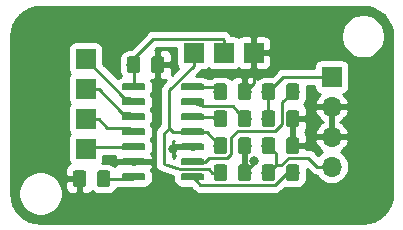
<source format=gbr>
G04 #@! TF.GenerationSoftware,KiCad,Pcbnew,5.1.2-f72e74a~84~ubuntu18.04.1*
G04 #@! TF.CreationDate,2019-07-02T11:32:23+08:00*
G04 #@! TF.ProjectId,cs4354-daughterboard_noDIL,63733433-3534-42d6-9461-756768746572,rev?*
G04 #@! TF.SameCoordinates,Original*
G04 #@! TF.FileFunction,Copper,L1,Top*
G04 #@! TF.FilePolarity,Positive*
%FSLAX46Y46*%
G04 Gerber Fmt 4.6, Leading zero omitted, Abs format (unit mm)*
G04 Created by KiCad (PCBNEW 5.1.2-f72e74a~84~ubuntu18.04.1) date 2019-07-02 11:32:23*
%MOMM*%
%LPD*%
G04 APERTURE LIST*
%ADD10C,0.100000*%
%ADD11C,1.150000*%
%ADD12C,0.600000*%
%ADD13R,1.700000X1.700000*%
%ADD14O,1.700000X1.700000*%
%ADD15C,0.800000*%
%ADD16C,0.250000*%
%ADD17C,0.254000*%
G04 APERTURE END LIST*
D10*
G36*
X141836505Y-67119204D02*
G01*
X141860773Y-67122804D01*
X141884572Y-67128765D01*
X141907671Y-67137030D01*
X141929850Y-67147520D01*
X141950893Y-67160132D01*
X141970599Y-67174747D01*
X141988777Y-67191223D01*
X142005253Y-67209401D01*
X142019868Y-67229107D01*
X142032480Y-67250150D01*
X142042970Y-67272329D01*
X142051235Y-67295428D01*
X142057196Y-67319227D01*
X142060796Y-67343495D01*
X142062000Y-67367999D01*
X142062000Y-68268001D01*
X142060796Y-68292505D01*
X142057196Y-68316773D01*
X142051235Y-68340572D01*
X142042970Y-68363671D01*
X142032480Y-68385850D01*
X142019868Y-68406893D01*
X142005253Y-68426599D01*
X141988777Y-68444777D01*
X141970599Y-68461253D01*
X141950893Y-68475868D01*
X141929850Y-68488480D01*
X141907671Y-68498970D01*
X141884572Y-68507235D01*
X141860773Y-68513196D01*
X141836505Y-68516796D01*
X141812001Y-68518000D01*
X141161999Y-68518000D01*
X141137495Y-68516796D01*
X141113227Y-68513196D01*
X141089428Y-68507235D01*
X141066329Y-68498970D01*
X141044150Y-68488480D01*
X141023107Y-68475868D01*
X141003401Y-68461253D01*
X140985223Y-68444777D01*
X140968747Y-68426599D01*
X140954132Y-68406893D01*
X140941520Y-68385850D01*
X140931030Y-68363671D01*
X140922765Y-68340572D01*
X140916804Y-68316773D01*
X140913204Y-68292505D01*
X140912000Y-68268001D01*
X140912000Y-67367999D01*
X140913204Y-67343495D01*
X140916804Y-67319227D01*
X140922765Y-67295428D01*
X140931030Y-67272329D01*
X140941520Y-67250150D01*
X140954132Y-67229107D01*
X140968747Y-67209401D01*
X140985223Y-67191223D01*
X141003401Y-67174747D01*
X141023107Y-67160132D01*
X141044150Y-67147520D01*
X141066329Y-67137030D01*
X141089428Y-67128765D01*
X141113227Y-67122804D01*
X141137495Y-67119204D01*
X141161999Y-67118000D01*
X141812001Y-67118000D01*
X141836505Y-67119204D01*
X141836505Y-67119204D01*
G37*
D11*
X141487000Y-67818000D03*
D10*
G36*
X139786505Y-67119204D02*
G01*
X139810773Y-67122804D01*
X139834572Y-67128765D01*
X139857671Y-67137030D01*
X139879850Y-67147520D01*
X139900893Y-67160132D01*
X139920599Y-67174747D01*
X139938777Y-67191223D01*
X139955253Y-67209401D01*
X139969868Y-67229107D01*
X139982480Y-67250150D01*
X139992970Y-67272329D01*
X140001235Y-67295428D01*
X140007196Y-67319227D01*
X140010796Y-67343495D01*
X140012000Y-67367999D01*
X140012000Y-68268001D01*
X140010796Y-68292505D01*
X140007196Y-68316773D01*
X140001235Y-68340572D01*
X139992970Y-68363671D01*
X139982480Y-68385850D01*
X139969868Y-68406893D01*
X139955253Y-68426599D01*
X139938777Y-68444777D01*
X139920599Y-68461253D01*
X139900893Y-68475868D01*
X139879850Y-68488480D01*
X139857671Y-68498970D01*
X139834572Y-68507235D01*
X139810773Y-68513196D01*
X139786505Y-68516796D01*
X139762001Y-68518000D01*
X139111999Y-68518000D01*
X139087495Y-68516796D01*
X139063227Y-68513196D01*
X139039428Y-68507235D01*
X139016329Y-68498970D01*
X138994150Y-68488480D01*
X138973107Y-68475868D01*
X138953401Y-68461253D01*
X138935223Y-68444777D01*
X138918747Y-68426599D01*
X138904132Y-68406893D01*
X138891520Y-68385850D01*
X138881030Y-68363671D01*
X138872765Y-68340572D01*
X138866804Y-68316773D01*
X138863204Y-68292505D01*
X138862000Y-68268001D01*
X138862000Y-67367999D01*
X138863204Y-67343495D01*
X138866804Y-67319227D01*
X138872765Y-67295428D01*
X138881030Y-67272329D01*
X138891520Y-67250150D01*
X138904132Y-67229107D01*
X138918747Y-67209401D01*
X138935223Y-67191223D01*
X138953401Y-67174747D01*
X138973107Y-67160132D01*
X138994150Y-67147520D01*
X139016329Y-67137030D01*
X139039428Y-67128765D01*
X139063227Y-67122804D01*
X139087495Y-67119204D01*
X139111999Y-67118000D01*
X139762001Y-67118000D01*
X139786505Y-67119204D01*
X139786505Y-67119204D01*
G37*
D11*
X139437000Y-67818000D03*
D10*
G36*
X145900505Y-69405204D02*
G01*
X145924773Y-69408804D01*
X145948572Y-69414765D01*
X145971671Y-69423030D01*
X145993850Y-69433520D01*
X146014893Y-69446132D01*
X146034599Y-69460747D01*
X146052777Y-69477223D01*
X146069253Y-69495401D01*
X146083868Y-69515107D01*
X146096480Y-69536150D01*
X146106970Y-69558329D01*
X146115235Y-69581428D01*
X146121196Y-69605227D01*
X146124796Y-69629495D01*
X146126000Y-69653999D01*
X146126000Y-70554001D01*
X146124796Y-70578505D01*
X146121196Y-70602773D01*
X146115235Y-70626572D01*
X146106970Y-70649671D01*
X146096480Y-70671850D01*
X146083868Y-70692893D01*
X146069253Y-70712599D01*
X146052777Y-70730777D01*
X146034599Y-70747253D01*
X146014893Y-70761868D01*
X145993850Y-70774480D01*
X145971671Y-70784970D01*
X145948572Y-70793235D01*
X145924773Y-70799196D01*
X145900505Y-70802796D01*
X145876001Y-70804000D01*
X145225999Y-70804000D01*
X145201495Y-70802796D01*
X145177227Y-70799196D01*
X145153428Y-70793235D01*
X145130329Y-70784970D01*
X145108150Y-70774480D01*
X145087107Y-70761868D01*
X145067401Y-70747253D01*
X145049223Y-70730777D01*
X145032747Y-70712599D01*
X145018132Y-70692893D01*
X145005520Y-70671850D01*
X144995030Y-70649671D01*
X144986765Y-70626572D01*
X144980804Y-70602773D01*
X144977204Y-70578505D01*
X144976000Y-70554001D01*
X144976000Y-69653999D01*
X144977204Y-69629495D01*
X144980804Y-69605227D01*
X144986765Y-69581428D01*
X144995030Y-69558329D01*
X145005520Y-69536150D01*
X145018132Y-69515107D01*
X145032747Y-69495401D01*
X145049223Y-69477223D01*
X145067401Y-69460747D01*
X145087107Y-69446132D01*
X145108150Y-69433520D01*
X145130329Y-69423030D01*
X145153428Y-69414765D01*
X145177227Y-69408804D01*
X145201495Y-69405204D01*
X145225999Y-69404000D01*
X145876001Y-69404000D01*
X145900505Y-69405204D01*
X145900505Y-69405204D01*
G37*
D11*
X145551000Y-70104000D03*
D10*
G36*
X143850505Y-69405204D02*
G01*
X143874773Y-69408804D01*
X143898572Y-69414765D01*
X143921671Y-69423030D01*
X143943850Y-69433520D01*
X143964893Y-69446132D01*
X143984599Y-69460747D01*
X144002777Y-69477223D01*
X144019253Y-69495401D01*
X144033868Y-69515107D01*
X144046480Y-69536150D01*
X144056970Y-69558329D01*
X144065235Y-69581428D01*
X144071196Y-69605227D01*
X144074796Y-69629495D01*
X144076000Y-69653999D01*
X144076000Y-70554001D01*
X144074796Y-70578505D01*
X144071196Y-70602773D01*
X144065235Y-70626572D01*
X144056970Y-70649671D01*
X144046480Y-70671850D01*
X144033868Y-70692893D01*
X144019253Y-70712599D01*
X144002777Y-70730777D01*
X143984599Y-70747253D01*
X143964893Y-70761868D01*
X143943850Y-70774480D01*
X143921671Y-70784970D01*
X143898572Y-70793235D01*
X143874773Y-70799196D01*
X143850505Y-70802796D01*
X143826001Y-70804000D01*
X143175999Y-70804000D01*
X143151495Y-70802796D01*
X143127227Y-70799196D01*
X143103428Y-70793235D01*
X143080329Y-70784970D01*
X143058150Y-70774480D01*
X143037107Y-70761868D01*
X143017401Y-70747253D01*
X142999223Y-70730777D01*
X142982747Y-70712599D01*
X142968132Y-70692893D01*
X142955520Y-70671850D01*
X142945030Y-70649671D01*
X142936765Y-70626572D01*
X142930804Y-70602773D01*
X142927204Y-70578505D01*
X142926000Y-70554001D01*
X142926000Y-69653999D01*
X142927204Y-69629495D01*
X142930804Y-69605227D01*
X142936765Y-69581428D01*
X142945030Y-69558329D01*
X142955520Y-69536150D01*
X142968132Y-69515107D01*
X142982747Y-69495401D01*
X142999223Y-69477223D01*
X143017401Y-69460747D01*
X143037107Y-69446132D01*
X143058150Y-69433520D01*
X143080329Y-69423030D01*
X143103428Y-69414765D01*
X143127227Y-69408804D01*
X143151495Y-69405204D01*
X143175999Y-69404000D01*
X143826001Y-69404000D01*
X143850505Y-69405204D01*
X143850505Y-69405204D01*
G37*
D11*
X143501000Y-70104000D03*
D10*
G36*
X141836505Y-69405204D02*
G01*
X141860773Y-69408804D01*
X141884572Y-69414765D01*
X141907671Y-69423030D01*
X141929850Y-69433520D01*
X141950893Y-69446132D01*
X141970599Y-69460747D01*
X141988777Y-69477223D01*
X142005253Y-69495401D01*
X142019868Y-69515107D01*
X142032480Y-69536150D01*
X142042970Y-69558329D01*
X142051235Y-69581428D01*
X142057196Y-69605227D01*
X142060796Y-69629495D01*
X142062000Y-69653999D01*
X142062000Y-70554001D01*
X142060796Y-70578505D01*
X142057196Y-70602773D01*
X142051235Y-70626572D01*
X142042970Y-70649671D01*
X142032480Y-70671850D01*
X142019868Y-70692893D01*
X142005253Y-70712599D01*
X141988777Y-70730777D01*
X141970599Y-70747253D01*
X141950893Y-70761868D01*
X141929850Y-70774480D01*
X141907671Y-70784970D01*
X141884572Y-70793235D01*
X141860773Y-70799196D01*
X141836505Y-70802796D01*
X141812001Y-70804000D01*
X141161999Y-70804000D01*
X141137495Y-70802796D01*
X141113227Y-70799196D01*
X141089428Y-70793235D01*
X141066329Y-70784970D01*
X141044150Y-70774480D01*
X141023107Y-70761868D01*
X141003401Y-70747253D01*
X140985223Y-70730777D01*
X140968747Y-70712599D01*
X140954132Y-70692893D01*
X140941520Y-70671850D01*
X140931030Y-70649671D01*
X140922765Y-70626572D01*
X140916804Y-70602773D01*
X140913204Y-70578505D01*
X140912000Y-70554001D01*
X140912000Y-69653999D01*
X140913204Y-69629495D01*
X140916804Y-69605227D01*
X140922765Y-69581428D01*
X140931030Y-69558329D01*
X140941520Y-69536150D01*
X140954132Y-69515107D01*
X140968747Y-69495401D01*
X140985223Y-69477223D01*
X141003401Y-69460747D01*
X141023107Y-69446132D01*
X141044150Y-69433520D01*
X141066329Y-69423030D01*
X141089428Y-69414765D01*
X141113227Y-69408804D01*
X141137495Y-69405204D01*
X141161999Y-69404000D01*
X141812001Y-69404000D01*
X141836505Y-69405204D01*
X141836505Y-69405204D01*
G37*
D11*
X141487000Y-70104000D03*
D10*
G36*
X139786505Y-69405204D02*
G01*
X139810773Y-69408804D01*
X139834572Y-69414765D01*
X139857671Y-69423030D01*
X139879850Y-69433520D01*
X139900893Y-69446132D01*
X139920599Y-69460747D01*
X139938777Y-69477223D01*
X139955253Y-69495401D01*
X139969868Y-69515107D01*
X139982480Y-69536150D01*
X139992970Y-69558329D01*
X140001235Y-69581428D01*
X140007196Y-69605227D01*
X140010796Y-69629495D01*
X140012000Y-69653999D01*
X140012000Y-70554001D01*
X140010796Y-70578505D01*
X140007196Y-70602773D01*
X140001235Y-70626572D01*
X139992970Y-70649671D01*
X139982480Y-70671850D01*
X139969868Y-70692893D01*
X139955253Y-70712599D01*
X139938777Y-70730777D01*
X139920599Y-70747253D01*
X139900893Y-70761868D01*
X139879850Y-70774480D01*
X139857671Y-70784970D01*
X139834572Y-70793235D01*
X139810773Y-70799196D01*
X139786505Y-70802796D01*
X139762001Y-70804000D01*
X139111999Y-70804000D01*
X139087495Y-70802796D01*
X139063227Y-70799196D01*
X139039428Y-70793235D01*
X139016329Y-70784970D01*
X138994150Y-70774480D01*
X138973107Y-70761868D01*
X138953401Y-70747253D01*
X138935223Y-70730777D01*
X138918747Y-70712599D01*
X138904132Y-70692893D01*
X138891520Y-70671850D01*
X138881030Y-70649671D01*
X138872765Y-70626572D01*
X138866804Y-70602773D01*
X138863204Y-70578505D01*
X138862000Y-70554001D01*
X138862000Y-69653999D01*
X138863204Y-69629495D01*
X138866804Y-69605227D01*
X138872765Y-69581428D01*
X138881030Y-69558329D01*
X138891520Y-69536150D01*
X138904132Y-69515107D01*
X138918747Y-69495401D01*
X138935223Y-69477223D01*
X138953401Y-69460747D01*
X138973107Y-69446132D01*
X138994150Y-69433520D01*
X139016329Y-69423030D01*
X139039428Y-69414765D01*
X139063227Y-69408804D01*
X139087495Y-69405204D01*
X139111999Y-69404000D01*
X139762001Y-69404000D01*
X139786505Y-69405204D01*
X139786505Y-69405204D01*
G37*
D11*
X139437000Y-70104000D03*
D10*
G36*
X145900505Y-67119204D02*
G01*
X145924773Y-67122804D01*
X145948572Y-67128765D01*
X145971671Y-67137030D01*
X145993850Y-67147520D01*
X146014893Y-67160132D01*
X146034599Y-67174747D01*
X146052777Y-67191223D01*
X146069253Y-67209401D01*
X146083868Y-67229107D01*
X146096480Y-67250150D01*
X146106970Y-67272329D01*
X146115235Y-67295428D01*
X146121196Y-67319227D01*
X146124796Y-67343495D01*
X146126000Y-67367999D01*
X146126000Y-68268001D01*
X146124796Y-68292505D01*
X146121196Y-68316773D01*
X146115235Y-68340572D01*
X146106970Y-68363671D01*
X146096480Y-68385850D01*
X146083868Y-68406893D01*
X146069253Y-68426599D01*
X146052777Y-68444777D01*
X146034599Y-68461253D01*
X146014893Y-68475868D01*
X145993850Y-68488480D01*
X145971671Y-68498970D01*
X145948572Y-68507235D01*
X145924773Y-68513196D01*
X145900505Y-68516796D01*
X145876001Y-68518000D01*
X145225999Y-68518000D01*
X145201495Y-68516796D01*
X145177227Y-68513196D01*
X145153428Y-68507235D01*
X145130329Y-68498970D01*
X145108150Y-68488480D01*
X145087107Y-68475868D01*
X145067401Y-68461253D01*
X145049223Y-68444777D01*
X145032747Y-68426599D01*
X145018132Y-68406893D01*
X145005520Y-68385850D01*
X144995030Y-68363671D01*
X144986765Y-68340572D01*
X144980804Y-68316773D01*
X144977204Y-68292505D01*
X144976000Y-68268001D01*
X144976000Y-67367999D01*
X144977204Y-67343495D01*
X144980804Y-67319227D01*
X144986765Y-67295428D01*
X144995030Y-67272329D01*
X145005520Y-67250150D01*
X145018132Y-67229107D01*
X145032747Y-67209401D01*
X145049223Y-67191223D01*
X145067401Y-67174747D01*
X145087107Y-67160132D01*
X145108150Y-67147520D01*
X145130329Y-67137030D01*
X145153428Y-67128765D01*
X145177227Y-67122804D01*
X145201495Y-67119204D01*
X145225999Y-67118000D01*
X145876001Y-67118000D01*
X145900505Y-67119204D01*
X145900505Y-67119204D01*
G37*
D11*
X145551000Y-67818000D03*
D10*
G36*
X143850505Y-67119204D02*
G01*
X143874773Y-67122804D01*
X143898572Y-67128765D01*
X143921671Y-67137030D01*
X143943850Y-67147520D01*
X143964893Y-67160132D01*
X143984599Y-67174747D01*
X144002777Y-67191223D01*
X144019253Y-67209401D01*
X144033868Y-67229107D01*
X144046480Y-67250150D01*
X144056970Y-67272329D01*
X144065235Y-67295428D01*
X144071196Y-67319227D01*
X144074796Y-67343495D01*
X144076000Y-67367999D01*
X144076000Y-68268001D01*
X144074796Y-68292505D01*
X144071196Y-68316773D01*
X144065235Y-68340572D01*
X144056970Y-68363671D01*
X144046480Y-68385850D01*
X144033868Y-68406893D01*
X144019253Y-68426599D01*
X144002777Y-68444777D01*
X143984599Y-68461253D01*
X143964893Y-68475868D01*
X143943850Y-68488480D01*
X143921671Y-68498970D01*
X143898572Y-68507235D01*
X143874773Y-68513196D01*
X143850505Y-68516796D01*
X143826001Y-68518000D01*
X143175999Y-68518000D01*
X143151495Y-68516796D01*
X143127227Y-68513196D01*
X143103428Y-68507235D01*
X143080329Y-68498970D01*
X143058150Y-68488480D01*
X143037107Y-68475868D01*
X143017401Y-68461253D01*
X142999223Y-68444777D01*
X142982747Y-68426599D01*
X142968132Y-68406893D01*
X142955520Y-68385850D01*
X142945030Y-68363671D01*
X142936765Y-68340572D01*
X142930804Y-68316773D01*
X142927204Y-68292505D01*
X142926000Y-68268001D01*
X142926000Y-67367999D01*
X142927204Y-67343495D01*
X142930804Y-67319227D01*
X142936765Y-67295428D01*
X142945030Y-67272329D01*
X142955520Y-67250150D01*
X142968132Y-67229107D01*
X142982747Y-67209401D01*
X142999223Y-67191223D01*
X143017401Y-67174747D01*
X143037107Y-67160132D01*
X143058150Y-67147520D01*
X143080329Y-67137030D01*
X143103428Y-67128765D01*
X143127227Y-67122804D01*
X143151495Y-67119204D01*
X143175999Y-67118000D01*
X143826001Y-67118000D01*
X143850505Y-67119204D01*
X143850505Y-67119204D01*
G37*
D11*
X143501000Y-67818000D03*
D10*
G36*
X137881984Y-62550463D02*
G01*
X137896545Y-62552623D01*
X137910824Y-62556200D01*
X137924684Y-62561159D01*
X137937991Y-62567453D01*
X137950617Y-62575021D01*
X137962440Y-62583789D01*
X137973347Y-62593675D01*
X137983233Y-62604582D01*
X137992001Y-62616405D01*
X137999569Y-62629031D01*
X138005863Y-62642338D01*
X138010822Y-62656198D01*
X138014399Y-62670477D01*
X138016559Y-62685038D01*
X138017281Y-62699741D01*
X138017281Y-62999741D01*
X138016559Y-63014444D01*
X138014399Y-63029005D01*
X138010822Y-63043284D01*
X138005863Y-63057144D01*
X137999569Y-63070451D01*
X137992001Y-63083077D01*
X137983233Y-63094900D01*
X137973347Y-63105807D01*
X137962440Y-63115693D01*
X137950617Y-63124461D01*
X137937991Y-63132029D01*
X137924684Y-63138323D01*
X137910824Y-63143282D01*
X137896545Y-63146859D01*
X137881984Y-63149019D01*
X137867281Y-63149741D01*
X136217281Y-63149741D01*
X136202578Y-63149019D01*
X136188017Y-63146859D01*
X136173738Y-63143282D01*
X136159878Y-63138323D01*
X136146571Y-63132029D01*
X136133945Y-63124461D01*
X136122122Y-63115693D01*
X136111215Y-63105807D01*
X136101329Y-63094900D01*
X136092561Y-63083077D01*
X136084993Y-63070451D01*
X136078699Y-63057144D01*
X136073740Y-63043284D01*
X136070163Y-63029005D01*
X136068003Y-63014444D01*
X136067281Y-62999741D01*
X136067281Y-62699741D01*
X136068003Y-62685038D01*
X136070163Y-62670477D01*
X136073740Y-62656198D01*
X136078699Y-62642338D01*
X136084993Y-62629031D01*
X136092561Y-62616405D01*
X136101329Y-62604582D01*
X136111215Y-62593675D01*
X136122122Y-62583789D01*
X136133945Y-62575021D01*
X136146571Y-62567453D01*
X136159878Y-62561159D01*
X136173738Y-62556200D01*
X136188017Y-62552623D01*
X136202578Y-62550463D01*
X136217281Y-62549741D01*
X137867281Y-62549741D01*
X137881984Y-62550463D01*
X137881984Y-62550463D01*
G37*
D12*
X137042281Y-62849741D03*
D10*
G36*
X137881984Y-63820463D02*
G01*
X137896545Y-63822623D01*
X137910824Y-63826200D01*
X137924684Y-63831159D01*
X137937991Y-63837453D01*
X137950617Y-63845021D01*
X137962440Y-63853789D01*
X137973347Y-63863675D01*
X137983233Y-63874582D01*
X137992001Y-63886405D01*
X137999569Y-63899031D01*
X138005863Y-63912338D01*
X138010822Y-63926198D01*
X138014399Y-63940477D01*
X138016559Y-63955038D01*
X138017281Y-63969741D01*
X138017281Y-64269741D01*
X138016559Y-64284444D01*
X138014399Y-64299005D01*
X138010822Y-64313284D01*
X138005863Y-64327144D01*
X137999569Y-64340451D01*
X137992001Y-64353077D01*
X137983233Y-64364900D01*
X137973347Y-64375807D01*
X137962440Y-64385693D01*
X137950617Y-64394461D01*
X137937991Y-64402029D01*
X137924684Y-64408323D01*
X137910824Y-64413282D01*
X137896545Y-64416859D01*
X137881984Y-64419019D01*
X137867281Y-64419741D01*
X136217281Y-64419741D01*
X136202578Y-64419019D01*
X136188017Y-64416859D01*
X136173738Y-64413282D01*
X136159878Y-64408323D01*
X136146571Y-64402029D01*
X136133945Y-64394461D01*
X136122122Y-64385693D01*
X136111215Y-64375807D01*
X136101329Y-64364900D01*
X136092561Y-64353077D01*
X136084993Y-64340451D01*
X136078699Y-64327144D01*
X136073740Y-64313284D01*
X136070163Y-64299005D01*
X136068003Y-64284444D01*
X136067281Y-64269741D01*
X136067281Y-63969741D01*
X136068003Y-63955038D01*
X136070163Y-63940477D01*
X136073740Y-63926198D01*
X136078699Y-63912338D01*
X136084993Y-63899031D01*
X136092561Y-63886405D01*
X136101329Y-63874582D01*
X136111215Y-63863675D01*
X136122122Y-63853789D01*
X136133945Y-63845021D01*
X136146571Y-63837453D01*
X136159878Y-63831159D01*
X136173738Y-63826200D01*
X136188017Y-63822623D01*
X136202578Y-63820463D01*
X136217281Y-63819741D01*
X137867281Y-63819741D01*
X137881984Y-63820463D01*
X137881984Y-63820463D01*
G37*
D12*
X137042281Y-64119741D03*
D10*
G36*
X137881984Y-65090463D02*
G01*
X137896545Y-65092623D01*
X137910824Y-65096200D01*
X137924684Y-65101159D01*
X137937991Y-65107453D01*
X137950617Y-65115021D01*
X137962440Y-65123789D01*
X137973347Y-65133675D01*
X137983233Y-65144582D01*
X137992001Y-65156405D01*
X137999569Y-65169031D01*
X138005863Y-65182338D01*
X138010822Y-65196198D01*
X138014399Y-65210477D01*
X138016559Y-65225038D01*
X138017281Y-65239741D01*
X138017281Y-65539741D01*
X138016559Y-65554444D01*
X138014399Y-65569005D01*
X138010822Y-65583284D01*
X138005863Y-65597144D01*
X137999569Y-65610451D01*
X137992001Y-65623077D01*
X137983233Y-65634900D01*
X137973347Y-65645807D01*
X137962440Y-65655693D01*
X137950617Y-65664461D01*
X137937991Y-65672029D01*
X137924684Y-65678323D01*
X137910824Y-65683282D01*
X137896545Y-65686859D01*
X137881984Y-65689019D01*
X137867281Y-65689741D01*
X136217281Y-65689741D01*
X136202578Y-65689019D01*
X136188017Y-65686859D01*
X136173738Y-65683282D01*
X136159878Y-65678323D01*
X136146571Y-65672029D01*
X136133945Y-65664461D01*
X136122122Y-65655693D01*
X136111215Y-65645807D01*
X136101329Y-65634900D01*
X136092561Y-65623077D01*
X136084993Y-65610451D01*
X136078699Y-65597144D01*
X136073740Y-65583284D01*
X136070163Y-65569005D01*
X136068003Y-65554444D01*
X136067281Y-65539741D01*
X136067281Y-65239741D01*
X136068003Y-65225038D01*
X136070163Y-65210477D01*
X136073740Y-65196198D01*
X136078699Y-65182338D01*
X136084993Y-65169031D01*
X136092561Y-65156405D01*
X136101329Y-65144582D01*
X136111215Y-65133675D01*
X136122122Y-65123789D01*
X136133945Y-65115021D01*
X136146571Y-65107453D01*
X136159878Y-65101159D01*
X136173738Y-65096200D01*
X136188017Y-65092623D01*
X136202578Y-65090463D01*
X136217281Y-65089741D01*
X137867281Y-65089741D01*
X137881984Y-65090463D01*
X137881984Y-65090463D01*
G37*
D12*
X137042281Y-65389741D03*
D10*
G36*
X137881984Y-66360463D02*
G01*
X137896545Y-66362623D01*
X137910824Y-66366200D01*
X137924684Y-66371159D01*
X137937991Y-66377453D01*
X137950617Y-66385021D01*
X137962440Y-66393789D01*
X137973347Y-66403675D01*
X137983233Y-66414582D01*
X137992001Y-66426405D01*
X137999569Y-66439031D01*
X138005863Y-66452338D01*
X138010822Y-66466198D01*
X138014399Y-66480477D01*
X138016559Y-66495038D01*
X138017281Y-66509741D01*
X138017281Y-66809741D01*
X138016559Y-66824444D01*
X138014399Y-66839005D01*
X138010822Y-66853284D01*
X138005863Y-66867144D01*
X137999569Y-66880451D01*
X137992001Y-66893077D01*
X137983233Y-66904900D01*
X137973347Y-66915807D01*
X137962440Y-66925693D01*
X137950617Y-66934461D01*
X137937991Y-66942029D01*
X137924684Y-66948323D01*
X137910824Y-66953282D01*
X137896545Y-66956859D01*
X137881984Y-66959019D01*
X137867281Y-66959741D01*
X136217281Y-66959741D01*
X136202578Y-66959019D01*
X136188017Y-66956859D01*
X136173738Y-66953282D01*
X136159878Y-66948323D01*
X136146571Y-66942029D01*
X136133945Y-66934461D01*
X136122122Y-66925693D01*
X136111215Y-66915807D01*
X136101329Y-66904900D01*
X136092561Y-66893077D01*
X136084993Y-66880451D01*
X136078699Y-66867144D01*
X136073740Y-66853284D01*
X136070163Y-66839005D01*
X136068003Y-66824444D01*
X136067281Y-66809741D01*
X136067281Y-66509741D01*
X136068003Y-66495038D01*
X136070163Y-66480477D01*
X136073740Y-66466198D01*
X136078699Y-66452338D01*
X136084993Y-66439031D01*
X136092561Y-66426405D01*
X136101329Y-66414582D01*
X136111215Y-66403675D01*
X136122122Y-66393789D01*
X136133945Y-66385021D01*
X136146571Y-66377453D01*
X136159878Y-66371159D01*
X136173738Y-66366200D01*
X136188017Y-66362623D01*
X136202578Y-66360463D01*
X136217281Y-66359741D01*
X137867281Y-66359741D01*
X137881984Y-66360463D01*
X137881984Y-66360463D01*
G37*
D12*
X137042281Y-66659741D03*
D10*
G36*
X137881984Y-67630463D02*
G01*
X137896545Y-67632623D01*
X137910824Y-67636200D01*
X137924684Y-67641159D01*
X137937991Y-67647453D01*
X137950617Y-67655021D01*
X137962440Y-67663789D01*
X137973347Y-67673675D01*
X137983233Y-67684582D01*
X137992001Y-67696405D01*
X137999569Y-67709031D01*
X138005863Y-67722338D01*
X138010822Y-67736198D01*
X138014399Y-67750477D01*
X138016559Y-67765038D01*
X138017281Y-67779741D01*
X138017281Y-68079741D01*
X138016559Y-68094444D01*
X138014399Y-68109005D01*
X138010822Y-68123284D01*
X138005863Y-68137144D01*
X137999569Y-68150451D01*
X137992001Y-68163077D01*
X137983233Y-68174900D01*
X137973347Y-68185807D01*
X137962440Y-68195693D01*
X137950617Y-68204461D01*
X137937991Y-68212029D01*
X137924684Y-68218323D01*
X137910824Y-68223282D01*
X137896545Y-68226859D01*
X137881984Y-68229019D01*
X137867281Y-68229741D01*
X136217281Y-68229741D01*
X136202578Y-68229019D01*
X136188017Y-68226859D01*
X136173738Y-68223282D01*
X136159878Y-68218323D01*
X136146571Y-68212029D01*
X136133945Y-68204461D01*
X136122122Y-68195693D01*
X136111215Y-68185807D01*
X136101329Y-68174900D01*
X136092561Y-68163077D01*
X136084993Y-68150451D01*
X136078699Y-68137144D01*
X136073740Y-68123284D01*
X136070163Y-68109005D01*
X136068003Y-68094444D01*
X136067281Y-68079741D01*
X136067281Y-67779741D01*
X136068003Y-67765038D01*
X136070163Y-67750477D01*
X136073740Y-67736198D01*
X136078699Y-67722338D01*
X136084993Y-67709031D01*
X136092561Y-67696405D01*
X136101329Y-67684582D01*
X136111215Y-67673675D01*
X136122122Y-67663789D01*
X136133945Y-67655021D01*
X136146571Y-67647453D01*
X136159878Y-67641159D01*
X136173738Y-67636200D01*
X136188017Y-67632623D01*
X136202578Y-67630463D01*
X136217281Y-67629741D01*
X137867281Y-67629741D01*
X137881984Y-67630463D01*
X137881984Y-67630463D01*
G37*
D12*
X137042281Y-67929741D03*
D10*
G36*
X137881984Y-68900463D02*
G01*
X137896545Y-68902623D01*
X137910824Y-68906200D01*
X137924684Y-68911159D01*
X137937991Y-68917453D01*
X137950617Y-68925021D01*
X137962440Y-68933789D01*
X137973347Y-68943675D01*
X137983233Y-68954582D01*
X137992001Y-68966405D01*
X137999569Y-68979031D01*
X138005863Y-68992338D01*
X138010822Y-69006198D01*
X138014399Y-69020477D01*
X138016559Y-69035038D01*
X138017281Y-69049741D01*
X138017281Y-69349741D01*
X138016559Y-69364444D01*
X138014399Y-69379005D01*
X138010822Y-69393284D01*
X138005863Y-69407144D01*
X137999569Y-69420451D01*
X137992001Y-69433077D01*
X137983233Y-69444900D01*
X137973347Y-69455807D01*
X137962440Y-69465693D01*
X137950617Y-69474461D01*
X137937991Y-69482029D01*
X137924684Y-69488323D01*
X137910824Y-69493282D01*
X137896545Y-69496859D01*
X137881984Y-69499019D01*
X137867281Y-69499741D01*
X136217281Y-69499741D01*
X136202578Y-69499019D01*
X136188017Y-69496859D01*
X136173738Y-69493282D01*
X136159878Y-69488323D01*
X136146571Y-69482029D01*
X136133945Y-69474461D01*
X136122122Y-69465693D01*
X136111215Y-69455807D01*
X136101329Y-69444900D01*
X136092561Y-69433077D01*
X136084993Y-69420451D01*
X136078699Y-69407144D01*
X136073740Y-69393284D01*
X136070163Y-69379005D01*
X136068003Y-69364444D01*
X136067281Y-69349741D01*
X136067281Y-69049741D01*
X136068003Y-69035038D01*
X136070163Y-69020477D01*
X136073740Y-69006198D01*
X136078699Y-68992338D01*
X136084993Y-68979031D01*
X136092561Y-68966405D01*
X136101329Y-68954582D01*
X136111215Y-68943675D01*
X136122122Y-68933789D01*
X136133945Y-68925021D01*
X136146571Y-68917453D01*
X136159878Y-68911159D01*
X136173738Y-68906200D01*
X136188017Y-68902623D01*
X136202578Y-68900463D01*
X136217281Y-68899741D01*
X137867281Y-68899741D01*
X137881984Y-68900463D01*
X137881984Y-68900463D01*
G37*
D12*
X137042281Y-69199741D03*
D10*
G36*
X137881984Y-70170463D02*
G01*
X137896545Y-70172623D01*
X137910824Y-70176200D01*
X137924684Y-70181159D01*
X137937991Y-70187453D01*
X137950617Y-70195021D01*
X137962440Y-70203789D01*
X137973347Y-70213675D01*
X137983233Y-70224582D01*
X137992001Y-70236405D01*
X137999569Y-70249031D01*
X138005863Y-70262338D01*
X138010822Y-70276198D01*
X138014399Y-70290477D01*
X138016559Y-70305038D01*
X138017281Y-70319741D01*
X138017281Y-70619741D01*
X138016559Y-70634444D01*
X138014399Y-70649005D01*
X138010822Y-70663284D01*
X138005863Y-70677144D01*
X137999569Y-70690451D01*
X137992001Y-70703077D01*
X137983233Y-70714900D01*
X137973347Y-70725807D01*
X137962440Y-70735693D01*
X137950617Y-70744461D01*
X137937991Y-70752029D01*
X137924684Y-70758323D01*
X137910824Y-70763282D01*
X137896545Y-70766859D01*
X137881984Y-70769019D01*
X137867281Y-70769741D01*
X136217281Y-70769741D01*
X136202578Y-70769019D01*
X136188017Y-70766859D01*
X136173738Y-70763282D01*
X136159878Y-70758323D01*
X136146571Y-70752029D01*
X136133945Y-70744461D01*
X136122122Y-70735693D01*
X136111215Y-70725807D01*
X136101329Y-70714900D01*
X136092561Y-70703077D01*
X136084993Y-70690451D01*
X136078699Y-70677144D01*
X136073740Y-70663284D01*
X136070163Y-70649005D01*
X136068003Y-70634444D01*
X136067281Y-70619741D01*
X136067281Y-70319741D01*
X136068003Y-70305038D01*
X136070163Y-70290477D01*
X136073740Y-70276198D01*
X136078699Y-70262338D01*
X136084993Y-70249031D01*
X136092561Y-70236405D01*
X136101329Y-70224582D01*
X136111215Y-70213675D01*
X136122122Y-70203789D01*
X136133945Y-70195021D01*
X136146571Y-70187453D01*
X136159878Y-70181159D01*
X136173738Y-70176200D01*
X136188017Y-70172623D01*
X136202578Y-70170463D01*
X136217281Y-70169741D01*
X137867281Y-70169741D01*
X137881984Y-70170463D01*
X137881984Y-70170463D01*
G37*
D12*
X137042281Y-70469741D03*
D10*
G36*
X132931984Y-70170463D02*
G01*
X132946545Y-70172623D01*
X132960824Y-70176200D01*
X132974684Y-70181159D01*
X132987991Y-70187453D01*
X133000617Y-70195021D01*
X133012440Y-70203789D01*
X133023347Y-70213675D01*
X133033233Y-70224582D01*
X133042001Y-70236405D01*
X133049569Y-70249031D01*
X133055863Y-70262338D01*
X133060822Y-70276198D01*
X133064399Y-70290477D01*
X133066559Y-70305038D01*
X133067281Y-70319741D01*
X133067281Y-70619741D01*
X133066559Y-70634444D01*
X133064399Y-70649005D01*
X133060822Y-70663284D01*
X133055863Y-70677144D01*
X133049569Y-70690451D01*
X133042001Y-70703077D01*
X133033233Y-70714900D01*
X133023347Y-70725807D01*
X133012440Y-70735693D01*
X133000617Y-70744461D01*
X132987991Y-70752029D01*
X132974684Y-70758323D01*
X132960824Y-70763282D01*
X132946545Y-70766859D01*
X132931984Y-70769019D01*
X132917281Y-70769741D01*
X131267281Y-70769741D01*
X131252578Y-70769019D01*
X131238017Y-70766859D01*
X131223738Y-70763282D01*
X131209878Y-70758323D01*
X131196571Y-70752029D01*
X131183945Y-70744461D01*
X131172122Y-70735693D01*
X131161215Y-70725807D01*
X131151329Y-70714900D01*
X131142561Y-70703077D01*
X131134993Y-70690451D01*
X131128699Y-70677144D01*
X131123740Y-70663284D01*
X131120163Y-70649005D01*
X131118003Y-70634444D01*
X131117281Y-70619741D01*
X131117281Y-70319741D01*
X131118003Y-70305038D01*
X131120163Y-70290477D01*
X131123740Y-70276198D01*
X131128699Y-70262338D01*
X131134993Y-70249031D01*
X131142561Y-70236405D01*
X131151329Y-70224582D01*
X131161215Y-70213675D01*
X131172122Y-70203789D01*
X131183945Y-70195021D01*
X131196571Y-70187453D01*
X131209878Y-70181159D01*
X131223738Y-70176200D01*
X131238017Y-70172623D01*
X131252578Y-70170463D01*
X131267281Y-70169741D01*
X132917281Y-70169741D01*
X132931984Y-70170463D01*
X132931984Y-70170463D01*
G37*
D12*
X132092281Y-70469741D03*
D10*
G36*
X132931984Y-68900463D02*
G01*
X132946545Y-68902623D01*
X132960824Y-68906200D01*
X132974684Y-68911159D01*
X132987991Y-68917453D01*
X133000617Y-68925021D01*
X133012440Y-68933789D01*
X133023347Y-68943675D01*
X133033233Y-68954582D01*
X133042001Y-68966405D01*
X133049569Y-68979031D01*
X133055863Y-68992338D01*
X133060822Y-69006198D01*
X133064399Y-69020477D01*
X133066559Y-69035038D01*
X133067281Y-69049741D01*
X133067281Y-69349741D01*
X133066559Y-69364444D01*
X133064399Y-69379005D01*
X133060822Y-69393284D01*
X133055863Y-69407144D01*
X133049569Y-69420451D01*
X133042001Y-69433077D01*
X133033233Y-69444900D01*
X133023347Y-69455807D01*
X133012440Y-69465693D01*
X133000617Y-69474461D01*
X132987991Y-69482029D01*
X132974684Y-69488323D01*
X132960824Y-69493282D01*
X132946545Y-69496859D01*
X132931984Y-69499019D01*
X132917281Y-69499741D01*
X131267281Y-69499741D01*
X131252578Y-69499019D01*
X131238017Y-69496859D01*
X131223738Y-69493282D01*
X131209878Y-69488323D01*
X131196571Y-69482029D01*
X131183945Y-69474461D01*
X131172122Y-69465693D01*
X131161215Y-69455807D01*
X131151329Y-69444900D01*
X131142561Y-69433077D01*
X131134993Y-69420451D01*
X131128699Y-69407144D01*
X131123740Y-69393284D01*
X131120163Y-69379005D01*
X131118003Y-69364444D01*
X131117281Y-69349741D01*
X131117281Y-69049741D01*
X131118003Y-69035038D01*
X131120163Y-69020477D01*
X131123740Y-69006198D01*
X131128699Y-68992338D01*
X131134993Y-68979031D01*
X131142561Y-68966405D01*
X131151329Y-68954582D01*
X131161215Y-68943675D01*
X131172122Y-68933789D01*
X131183945Y-68925021D01*
X131196571Y-68917453D01*
X131209878Y-68911159D01*
X131223738Y-68906200D01*
X131238017Y-68902623D01*
X131252578Y-68900463D01*
X131267281Y-68899741D01*
X132917281Y-68899741D01*
X132931984Y-68900463D01*
X132931984Y-68900463D01*
G37*
D12*
X132092281Y-69199741D03*
D10*
G36*
X132931984Y-67630463D02*
G01*
X132946545Y-67632623D01*
X132960824Y-67636200D01*
X132974684Y-67641159D01*
X132987991Y-67647453D01*
X133000617Y-67655021D01*
X133012440Y-67663789D01*
X133023347Y-67673675D01*
X133033233Y-67684582D01*
X133042001Y-67696405D01*
X133049569Y-67709031D01*
X133055863Y-67722338D01*
X133060822Y-67736198D01*
X133064399Y-67750477D01*
X133066559Y-67765038D01*
X133067281Y-67779741D01*
X133067281Y-68079741D01*
X133066559Y-68094444D01*
X133064399Y-68109005D01*
X133060822Y-68123284D01*
X133055863Y-68137144D01*
X133049569Y-68150451D01*
X133042001Y-68163077D01*
X133033233Y-68174900D01*
X133023347Y-68185807D01*
X133012440Y-68195693D01*
X133000617Y-68204461D01*
X132987991Y-68212029D01*
X132974684Y-68218323D01*
X132960824Y-68223282D01*
X132946545Y-68226859D01*
X132931984Y-68229019D01*
X132917281Y-68229741D01*
X131267281Y-68229741D01*
X131252578Y-68229019D01*
X131238017Y-68226859D01*
X131223738Y-68223282D01*
X131209878Y-68218323D01*
X131196571Y-68212029D01*
X131183945Y-68204461D01*
X131172122Y-68195693D01*
X131161215Y-68185807D01*
X131151329Y-68174900D01*
X131142561Y-68163077D01*
X131134993Y-68150451D01*
X131128699Y-68137144D01*
X131123740Y-68123284D01*
X131120163Y-68109005D01*
X131118003Y-68094444D01*
X131117281Y-68079741D01*
X131117281Y-67779741D01*
X131118003Y-67765038D01*
X131120163Y-67750477D01*
X131123740Y-67736198D01*
X131128699Y-67722338D01*
X131134993Y-67709031D01*
X131142561Y-67696405D01*
X131151329Y-67684582D01*
X131161215Y-67673675D01*
X131172122Y-67663789D01*
X131183945Y-67655021D01*
X131196571Y-67647453D01*
X131209878Y-67641159D01*
X131223738Y-67636200D01*
X131238017Y-67632623D01*
X131252578Y-67630463D01*
X131267281Y-67629741D01*
X132917281Y-67629741D01*
X132931984Y-67630463D01*
X132931984Y-67630463D01*
G37*
D12*
X132092281Y-67929741D03*
D10*
G36*
X132931984Y-66360463D02*
G01*
X132946545Y-66362623D01*
X132960824Y-66366200D01*
X132974684Y-66371159D01*
X132987991Y-66377453D01*
X133000617Y-66385021D01*
X133012440Y-66393789D01*
X133023347Y-66403675D01*
X133033233Y-66414582D01*
X133042001Y-66426405D01*
X133049569Y-66439031D01*
X133055863Y-66452338D01*
X133060822Y-66466198D01*
X133064399Y-66480477D01*
X133066559Y-66495038D01*
X133067281Y-66509741D01*
X133067281Y-66809741D01*
X133066559Y-66824444D01*
X133064399Y-66839005D01*
X133060822Y-66853284D01*
X133055863Y-66867144D01*
X133049569Y-66880451D01*
X133042001Y-66893077D01*
X133033233Y-66904900D01*
X133023347Y-66915807D01*
X133012440Y-66925693D01*
X133000617Y-66934461D01*
X132987991Y-66942029D01*
X132974684Y-66948323D01*
X132960824Y-66953282D01*
X132946545Y-66956859D01*
X132931984Y-66959019D01*
X132917281Y-66959741D01*
X131267281Y-66959741D01*
X131252578Y-66959019D01*
X131238017Y-66956859D01*
X131223738Y-66953282D01*
X131209878Y-66948323D01*
X131196571Y-66942029D01*
X131183945Y-66934461D01*
X131172122Y-66925693D01*
X131161215Y-66915807D01*
X131151329Y-66904900D01*
X131142561Y-66893077D01*
X131134993Y-66880451D01*
X131128699Y-66867144D01*
X131123740Y-66853284D01*
X131120163Y-66839005D01*
X131118003Y-66824444D01*
X131117281Y-66809741D01*
X131117281Y-66509741D01*
X131118003Y-66495038D01*
X131120163Y-66480477D01*
X131123740Y-66466198D01*
X131128699Y-66452338D01*
X131134993Y-66439031D01*
X131142561Y-66426405D01*
X131151329Y-66414582D01*
X131161215Y-66403675D01*
X131172122Y-66393789D01*
X131183945Y-66385021D01*
X131196571Y-66377453D01*
X131209878Y-66371159D01*
X131223738Y-66366200D01*
X131238017Y-66362623D01*
X131252578Y-66360463D01*
X131267281Y-66359741D01*
X132917281Y-66359741D01*
X132931984Y-66360463D01*
X132931984Y-66360463D01*
G37*
D12*
X132092281Y-66659741D03*
D10*
G36*
X132931984Y-65090463D02*
G01*
X132946545Y-65092623D01*
X132960824Y-65096200D01*
X132974684Y-65101159D01*
X132987991Y-65107453D01*
X133000617Y-65115021D01*
X133012440Y-65123789D01*
X133023347Y-65133675D01*
X133033233Y-65144582D01*
X133042001Y-65156405D01*
X133049569Y-65169031D01*
X133055863Y-65182338D01*
X133060822Y-65196198D01*
X133064399Y-65210477D01*
X133066559Y-65225038D01*
X133067281Y-65239741D01*
X133067281Y-65539741D01*
X133066559Y-65554444D01*
X133064399Y-65569005D01*
X133060822Y-65583284D01*
X133055863Y-65597144D01*
X133049569Y-65610451D01*
X133042001Y-65623077D01*
X133033233Y-65634900D01*
X133023347Y-65645807D01*
X133012440Y-65655693D01*
X133000617Y-65664461D01*
X132987991Y-65672029D01*
X132974684Y-65678323D01*
X132960824Y-65683282D01*
X132946545Y-65686859D01*
X132931984Y-65689019D01*
X132917281Y-65689741D01*
X131267281Y-65689741D01*
X131252578Y-65689019D01*
X131238017Y-65686859D01*
X131223738Y-65683282D01*
X131209878Y-65678323D01*
X131196571Y-65672029D01*
X131183945Y-65664461D01*
X131172122Y-65655693D01*
X131161215Y-65645807D01*
X131151329Y-65634900D01*
X131142561Y-65623077D01*
X131134993Y-65610451D01*
X131128699Y-65597144D01*
X131123740Y-65583284D01*
X131120163Y-65569005D01*
X131118003Y-65554444D01*
X131117281Y-65539741D01*
X131117281Y-65239741D01*
X131118003Y-65225038D01*
X131120163Y-65210477D01*
X131123740Y-65196198D01*
X131128699Y-65182338D01*
X131134993Y-65169031D01*
X131142561Y-65156405D01*
X131151329Y-65144582D01*
X131161215Y-65133675D01*
X131172122Y-65123789D01*
X131183945Y-65115021D01*
X131196571Y-65107453D01*
X131209878Y-65101159D01*
X131223738Y-65096200D01*
X131238017Y-65092623D01*
X131252578Y-65090463D01*
X131267281Y-65089741D01*
X132917281Y-65089741D01*
X132931984Y-65090463D01*
X132931984Y-65090463D01*
G37*
D12*
X132092281Y-65389741D03*
D10*
G36*
X132931984Y-63820463D02*
G01*
X132946545Y-63822623D01*
X132960824Y-63826200D01*
X132974684Y-63831159D01*
X132987991Y-63837453D01*
X133000617Y-63845021D01*
X133012440Y-63853789D01*
X133023347Y-63863675D01*
X133033233Y-63874582D01*
X133042001Y-63886405D01*
X133049569Y-63899031D01*
X133055863Y-63912338D01*
X133060822Y-63926198D01*
X133064399Y-63940477D01*
X133066559Y-63955038D01*
X133067281Y-63969741D01*
X133067281Y-64269741D01*
X133066559Y-64284444D01*
X133064399Y-64299005D01*
X133060822Y-64313284D01*
X133055863Y-64327144D01*
X133049569Y-64340451D01*
X133042001Y-64353077D01*
X133033233Y-64364900D01*
X133023347Y-64375807D01*
X133012440Y-64385693D01*
X133000617Y-64394461D01*
X132987991Y-64402029D01*
X132974684Y-64408323D01*
X132960824Y-64413282D01*
X132946545Y-64416859D01*
X132931984Y-64419019D01*
X132917281Y-64419741D01*
X131267281Y-64419741D01*
X131252578Y-64419019D01*
X131238017Y-64416859D01*
X131223738Y-64413282D01*
X131209878Y-64408323D01*
X131196571Y-64402029D01*
X131183945Y-64394461D01*
X131172122Y-64385693D01*
X131161215Y-64375807D01*
X131151329Y-64364900D01*
X131142561Y-64353077D01*
X131134993Y-64340451D01*
X131128699Y-64327144D01*
X131123740Y-64313284D01*
X131120163Y-64299005D01*
X131118003Y-64284444D01*
X131117281Y-64269741D01*
X131117281Y-63969741D01*
X131118003Y-63955038D01*
X131120163Y-63940477D01*
X131123740Y-63926198D01*
X131128699Y-63912338D01*
X131134993Y-63899031D01*
X131142561Y-63886405D01*
X131151329Y-63874582D01*
X131161215Y-63863675D01*
X131172122Y-63853789D01*
X131183945Y-63845021D01*
X131196571Y-63837453D01*
X131209878Y-63831159D01*
X131223738Y-63826200D01*
X131238017Y-63822623D01*
X131252578Y-63820463D01*
X131267281Y-63819741D01*
X132917281Y-63819741D01*
X132931984Y-63820463D01*
X132931984Y-63820463D01*
G37*
D12*
X132092281Y-64119741D03*
D10*
G36*
X132931984Y-62550463D02*
G01*
X132946545Y-62552623D01*
X132960824Y-62556200D01*
X132974684Y-62561159D01*
X132987991Y-62567453D01*
X133000617Y-62575021D01*
X133012440Y-62583789D01*
X133023347Y-62593675D01*
X133033233Y-62604582D01*
X133042001Y-62616405D01*
X133049569Y-62629031D01*
X133055863Y-62642338D01*
X133060822Y-62656198D01*
X133064399Y-62670477D01*
X133066559Y-62685038D01*
X133067281Y-62699741D01*
X133067281Y-62999741D01*
X133066559Y-63014444D01*
X133064399Y-63029005D01*
X133060822Y-63043284D01*
X133055863Y-63057144D01*
X133049569Y-63070451D01*
X133042001Y-63083077D01*
X133033233Y-63094900D01*
X133023347Y-63105807D01*
X133012440Y-63115693D01*
X133000617Y-63124461D01*
X132987991Y-63132029D01*
X132974684Y-63138323D01*
X132960824Y-63143282D01*
X132946545Y-63146859D01*
X132931984Y-63149019D01*
X132917281Y-63149741D01*
X131267281Y-63149741D01*
X131252578Y-63149019D01*
X131238017Y-63146859D01*
X131223738Y-63143282D01*
X131209878Y-63138323D01*
X131196571Y-63132029D01*
X131183945Y-63124461D01*
X131172122Y-63115693D01*
X131161215Y-63105807D01*
X131151329Y-63094900D01*
X131142561Y-63083077D01*
X131134993Y-63070451D01*
X131128699Y-63057144D01*
X131123740Y-63043284D01*
X131120163Y-63029005D01*
X131118003Y-63014444D01*
X131117281Y-62999741D01*
X131117281Y-62699741D01*
X131118003Y-62685038D01*
X131120163Y-62670477D01*
X131123740Y-62656198D01*
X131128699Y-62642338D01*
X131134993Y-62629031D01*
X131142561Y-62616405D01*
X131151329Y-62604582D01*
X131161215Y-62593675D01*
X131172122Y-62583789D01*
X131183945Y-62575021D01*
X131196571Y-62567453D01*
X131209878Y-62561159D01*
X131223738Y-62556200D01*
X131238017Y-62552623D01*
X131252578Y-62550463D01*
X131267281Y-62549741D01*
X132917281Y-62549741D01*
X132931984Y-62550463D01*
X132931984Y-62550463D01*
G37*
D12*
X132092281Y-62849741D03*
D10*
G36*
X145900505Y-62547204D02*
G01*
X145924773Y-62550804D01*
X145948572Y-62556765D01*
X145971671Y-62565030D01*
X145993850Y-62575520D01*
X146014893Y-62588132D01*
X146034599Y-62602747D01*
X146052777Y-62619223D01*
X146069253Y-62637401D01*
X146083868Y-62657107D01*
X146096480Y-62678150D01*
X146106970Y-62700329D01*
X146115235Y-62723428D01*
X146121196Y-62747227D01*
X146124796Y-62771495D01*
X146126000Y-62795999D01*
X146126000Y-63696001D01*
X146124796Y-63720505D01*
X146121196Y-63744773D01*
X146115235Y-63768572D01*
X146106970Y-63791671D01*
X146096480Y-63813850D01*
X146083868Y-63834893D01*
X146069253Y-63854599D01*
X146052777Y-63872777D01*
X146034599Y-63889253D01*
X146014893Y-63903868D01*
X145993850Y-63916480D01*
X145971671Y-63926970D01*
X145948572Y-63935235D01*
X145924773Y-63941196D01*
X145900505Y-63944796D01*
X145876001Y-63946000D01*
X145225999Y-63946000D01*
X145201495Y-63944796D01*
X145177227Y-63941196D01*
X145153428Y-63935235D01*
X145130329Y-63926970D01*
X145108150Y-63916480D01*
X145087107Y-63903868D01*
X145067401Y-63889253D01*
X145049223Y-63872777D01*
X145032747Y-63854599D01*
X145018132Y-63834893D01*
X145005520Y-63813850D01*
X144995030Y-63791671D01*
X144986765Y-63768572D01*
X144980804Y-63744773D01*
X144977204Y-63720505D01*
X144976000Y-63696001D01*
X144976000Y-62795999D01*
X144977204Y-62771495D01*
X144980804Y-62747227D01*
X144986765Y-62723428D01*
X144995030Y-62700329D01*
X145005520Y-62678150D01*
X145018132Y-62657107D01*
X145032747Y-62637401D01*
X145049223Y-62619223D01*
X145067401Y-62602747D01*
X145087107Y-62588132D01*
X145108150Y-62575520D01*
X145130329Y-62565030D01*
X145153428Y-62556765D01*
X145177227Y-62550804D01*
X145201495Y-62547204D01*
X145225999Y-62546000D01*
X145876001Y-62546000D01*
X145900505Y-62547204D01*
X145900505Y-62547204D01*
G37*
D11*
X145551000Y-63246000D03*
D10*
G36*
X143850505Y-62547204D02*
G01*
X143874773Y-62550804D01*
X143898572Y-62556765D01*
X143921671Y-62565030D01*
X143943850Y-62575520D01*
X143964893Y-62588132D01*
X143984599Y-62602747D01*
X144002777Y-62619223D01*
X144019253Y-62637401D01*
X144033868Y-62657107D01*
X144046480Y-62678150D01*
X144056970Y-62700329D01*
X144065235Y-62723428D01*
X144071196Y-62747227D01*
X144074796Y-62771495D01*
X144076000Y-62795999D01*
X144076000Y-63696001D01*
X144074796Y-63720505D01*
X144071196Y-63744773D01*
X144065235Y-63768572D01*
X144056970Y-63791671D01*
X144046480Y-63813850D01*
X144033868Y-63834893D01*
X144019253Y-63854599D01*
X144002777Y-63872777D01*
X143984599Y-63889253D01*
X143964893Y-63903868D01*
X143943850Y-63916480D01*
X143921671Y-63926970D01*
X143898572Y-63935235D01*
X143874773Y-63941196D01*
X143850505Y-63944796D01*
X143826001Y-63946000D01*
X143175999Y-63946000D01*
X143151495Y-63944796D01*
X143127227Y-63941196D01*
X143103428Y-63935235D01*
X143080329Y-63926970D01*
X143058150Y-63916480D01*
X143037107Y-63903868D01*
X143017401Y-63889253D01*
X142999223Y-63872777D01*
X142982747Y-63854599D01*
X142968132Y-63834893D01*
X142955520Y-63813850D01*
X142945030Y-63791671D01*
X142936765Y-63768572D01*
X142930804Y-63744773D01*
X142927204Y-63720505D01*
X142926000Y-63696001D01*
X142926000Y-62795999D01*
X142927204Y-62771495D01*
X142930804Y-62747227D01*
X142936765Y-62723428D01*
X142945030Y-62700329D01*
X142955520Y-62678150D01*
X142968132Y-62657107D01*
X142982747Y-62637401D01*
X142999223Y-62619223D01*
X143017401Y-62602747D01*
X143037107Y-62588132D01*
X143058150Y-62575520D01*
X143080329Y-62565030D01*
X143103428Y-62556765D01*
X143127227Y-62550804D01*
X143151495Y-62547204D01*
X143175999Y-62546000D01*
X143826001Y-62546000D01*
X143850505Y-62547204D01*
X143850505Y-62547204D01*
G37*
D11*
X143501000Y-63246000D03*
D13*
X137160000Y-59944000D03*
X142240000Y-59944000D03*
D14*
X148844000Y-69596000D03*
X148844000Y-67056000D03*
X148844000Y-64516000D03*
D13*
X148844000Y-61976000D03*
X128016000Y-68072000D03*
X128016000Y-65532000D03*
X128016000Y-62992000D03*
X128016000Y-60479741D03*
X139700000Y-59944000D03*
D10*
G36*
X145900505Y-64833204D02*
G01*
X145924773Y-64836804D01*
X145948572Y-64842765D01*
X145971671Y-64851030D01*
X145993850Y-64861520D01*
X146014893Y-64874132D01*
X146034599Y-64888747D01*
X146052777Y-64905223D01*
X146069253Y-64923401D01*
X146083868Y-64943107D01*
X146096480Y-64964150D01*
X146106970Y-64986329D01*
X146115235Y-65009428D01*
X146121196Y-65033227D01*
X146124796Y-65057495D01*
X146126000Y-65081999D01*
X146126000Y-65982001D01*
X146124796Y-66006505D01*
X146121196Y-66030773D01*
X146115235Y-66054572D01*
X146106970Y-66077671D01*
X146096480Y-66099850D01*
X146083868Y-66120893D01*
X146069253Y-66140599D01*
X146052777Y-66158777D01*
X146034599Y-66175253D01*
X146014893Y-66189868D01*
X145993850Y-66202480D01*
X145971671Y-66212970D01*
X145948572Y-66221235D01*
X145924773Y-66227196D01*
X145900505Y-66230796D01*
X145876001Y-66232000D01*
X145225999Y-66232000D01*
X145201495Y-66230796D01*
X145177227Y-66227196D01*
X145153428Y-66221235D01*
X145130329Y-66212970D01*
X145108150Y-66202480D01*
X145087107Y-66189868D01*
X145067401Y-66175253D01*
X145049223Y-66158777D01*
X145032747Y-66140599D01*
X145018132Y-66120893D01*
X145005520Y-66099850D01*
X144995030Y-66077671D01*
X144986765Y-66054572D01*
X144980804Y-66030773D01*
X144977204Y-66006505D01*
X144976000Y-65982001D01*
X144976000Y-65081999D01*
X144977204Y-65057495D01*
X144980804Y-65033227D01*
X144986765Y-65009428D01*
X144995030Y-64986329D01*
X145005520Y-64964150D01*
X145018132Y-64943107D01*
X145032747Y-64923401D01*
X145049223Y-64905223D01*
X145067401Y-64888747D01*
X145087107Y-64874132D01*
X145108150Y-64861520D01*
X145130329Y-64851030D01*
X145153428Y-64842765D01*
X145177227Y-64836804D01*
X145201495Y-64833204D01*
X145225999Y-64832000D01*
X145876001Y-64832000D01*
X145900505Y-64833204D01*
X145900505Y-64833204D01*
G37*
D11*
X145551000Y-65532000D03*
D10*
G36*
X143850505Y-64833204D02*
G01*
X143874773Y-64836804D01*
X143898572Y-64842765D01*
X143921671Y-64851030D01*
X143943850Y-64861520D01*
X143964893Y-64874132D01*
X143984599Y-64888747D01*
X144002777Y-64905223D01*
X144019253Y-64923401D01*
X144033868Y-64943107D01*
X144046480Y-64964150D01*
X144056970Y-64986329D01*
X144065235Y-65009428D01*
X144071196Y-65033227D01*
X144074796Y-65057495D01*
X144076000Y-65081999D01*
X144076000Y-65982001D01*
X144074796Y-66006505D01*
X144071196Y-66030773D01*
X144065235Y-66054572D01*
X144056970Y-66077671D01*
X144046480Y-66099850D01*
X144033868Y-66120893D01*
X144019253Y-66140599D01*
X144002777Y-66158777D01*
X143984599Y-66175253D01*
X143964893Y-66189868D01*
X143943850Y-66202480D01*
X143921671Y-66212970D01*
X143898572Y-66221235D01*
X143874773Y-66227196D01*
X143850505Y-66230796D01*
X143826001Y-66232000D01*
X143175999Y-66232000D01*
X143151495Y-66230796D01*
X143127227Y-66227196D01*
X143103428Y-66221235D01*
X143080329Y-66212970D01*
X143058150Y-66202480D01*
X143037107Y-66189868D01*
X143017401Y-66175253D01*
X142999223Y-66158777D01*
X142982747Y-66140599D01*
X142968132Y-66120893D01*
X142955520Y-66099850D01*
X142945030Y-66077671D01*
X142936765Y-66054572D01*
X142930804Y-66030773D01*
X142927204Y-66006505D01*
X142926000Y-65982001D01*
X142926000Y-65081999D01*
X142927204Y-65057495D01*
X142930804Y-65033227D01*
X142936765Y-65009428D01*
X142945030Y-64986329D01*
X142955520Y-64964150D01*
X142968132Y-64943107D01*
X142982747Y-64923401D01*
X142999223Y-64905223D01*
X143017401Y-64888747D01*
X143037107Y-64874132D01*
X143058150Y-64861520D01*
X143080329Y-64851030D01*
X143103428Y-64842765D01*
X143127227Y-64836804D01*
X143151495Y-64833204D01*
X143175999Y-64832000D01*
X143826001Y-64832000D01*
X143850505Y-64833204D01*
X143850505Y-64833204D01*
G37*
D11*
X143501000Y-65532000D03*
D10*
G36*
X141836505Y-64833204D02*
G01*
X141860773Y-64836804D01*
X141884572Y-64842765D01*
X141907671Y-64851030D01*
X141929850Y-64861520D01*
X141950893Y-64874132D01*
X141970599Y-64888747D01*
X141988777Y-64905223D01*
X142005253Y-64923401D01*
X142019868Y-64943107D01*
X142032480Y-64964150D01*
X142042970Y-64986329D01*
X142051235Y-65009428D01*
X142057196Y-65033227D01*
X142060796Y-65057495D01*
X142062000Y-65081999D01*
X142062000Y-65982001D01*
X142060796Y-66006505D01*
X142057196Y-66030773D01*
X142051235Y-66054572D01*
X142042970Y-66077671D01*
X142032480Y-66099850D01*
X142019868Y-66120893D01*
X142005253Y-66140599D01*
X141988777Y-66158777D01*
X141970599Y-66175253D01*
X141950893Y-66189868D01*
X141929850Y-66202480D01*
X141907671Y-66212970D01*
X141884572Y-66221235D01*
X141860773Y-66227196D01*
X141836505Y-66230796D01*
X141812001Y-66232000D01*
X141161999Y-66232000D01*
X141137495Y-66230796D01*
X141113227Y-66227196D01*
X141089428Y-66221235D01*
X141066329Y-66212970D01*
X141044150Y-66202480D01*
X141023107Y-66189868D01*
X141003401Y-66175253D01*
X140985223Y-66158777D01*
X140968747Y-66140599D01*
X140954132Y-66120893D01*
X140941520Y-66099850D01*
X140931030Y-66077671D01*
X140922765Y-66054572D01*
X140916804Y-66030773D01*
X140913204Y-66006505D01*
X140912000Y-65982001D01*
X140912000Y-65081999D01*
X140913204Y-65057495D01*
X140916804Y-65033227D01*
X140922765Y-65009428D01*
X140931030Y-64986329D01*
X140941520Y-64964150D01*
X140954132Y-64943107D01*
X140968747Y-64923401D01*
X140985223Y-64905223D01*
X141003401Y-64888747D01*
X141023107Y-64874132D01*
X141044150Y-64861520D01*
X141066329Y-64851030D01*
X141089428Y-64842765D01*
X141113227Y-64836804D01*
X141137495Y-64833204D01*
X141161999Y-64832000D01*
X141812001Y-64832000D01*
X141836505Y-64833204D01*
X141836505Y-64833204D01*
G37*
D11*
X141487000Y-65532000D03*
D10*
G36*
X139786505Y-64833204D02*
G01*
X139810773Y-64836804D01*
X139834572Y-64842765D01*
X139857671Y-64851030D01*
X139879850Y-64861520D01*
X139900893Y-64874132D01*
X139920599Y-64888747D01*
X139938777Y-64905223D01*
X139955253Y-64923401D01*
X139969868Y-64943107D01*
X139982480Y-64964150D01*
X139992970Y-64986329D01*
X140001235Y-65009428D01*
X140007196Y-65033227D01*
X140010796Y-65057495D01*
X140012000Y-65081999D01*
X140012000Y-65982001D01*
X140010796Y-66006505D01*
X140007196Y-66030773D01*
X140001235Y-66054572D01*
X139992970Y-66077671D01*
X139982480Y-66099850D01*
X139969868Y-66120893D01*
X139955253Y-66140599D01*
X139938777Y-66158777D01*
X139920599Y-66175253D01*
X139900893Y-66189868D01*
X139879850Y-66202480D01*
X139857671Y-66212970D01*
X139834572Y-66221235D01*
X139810773Y-66227196D01*
X139786505Y-66230796D01*
X139762001Y-66232000D01*
X139111999Y-66232000D01*
X139087495Y-66230796D01*
X139063227Y-66227196D01*
X139039428Y-66221235D01*
X139016329Y-66212970D01*
X138994150Y-66202480D01*
X138973107Y-66189868D01*
X138953401Y-66175253D01*
X138935223Y-66158777D01*
X138918747Y-66140599D01*
X138904132Y-66120893D01*
X138891520Y-66099850D01*
X138881030Y-66077671D01*
X138872765Y-66054572D01*
X138866804Y-66030773D01*
X138863204Y-66006505D01*
X138862000Y-65982001D01*
X138862000Y-65081999D01*
X138863204Y-65057495D01*
X138866804Y-65033227D01*
X138872765Y-65009428D01*
X138881030Y-64986329D01*
X138891520Y-64964150D01*
X138904132Y-64943107D01*
X138918747Y-64923401D01*
X138935223Y-64905223D01*
X138953401Y-64888747D01*
X138973107Y-64874132D01*
X138994150Y-64861520D01*
X139016329Y-64851030D01*
X139039428Y-64842765D01*
X139063227Y-64836804D01*
X139087495Y-64833204D01*
X139111999Y-64832000D01*
X139762001Y-64832000D01*
X139786505Y-64833204D01*
X139786505Y-64833204D01*
G37*
D11*
X139437000Y-65532000D03*
D10*
G36*
X139777505Y-62547204D02*
G01*
X139801773Y-62550804D01*
X139825572Y-62556765D01*
X139848671Y-62565030D01*
X139870850Y-62575520D01*
X139891893Y-62588132D01*
X139911599Y-62602747D01*
X139929777Y-62619223D01*
X139946253Y-62637401D01*
X139960868Y-62657107D01*
X139973480Y-62678150D01*
X139983970Y-62700329D01*
X139992235Y-62723428D01*
X139998196Y-62747227D01*
X140001796Y-62771495D01*
X140003000Y-62795999D01*
X140003000Y-63696001D01*
X140001796Y-63720505D01*
X139998196Y-63744773D01*
X139992235Y-63768572D01*
X139983970Y-63791671D01*
X139973480Y-63813850D01*
X139960868Y-63834893D01*
X139946253Y-63854599D01*
X139929777Y-63872777D01*
X139911599Y-63889253D01*
X139891893Y-63903868D01*
X139870850Y-63916480D01*
X139848671Y-63926970D01*
X139825572Y-63935235D01*
X139801773Y-63941196D01*
X139777505Y-63944796D01*
X139753001Y-63946000D01*
X139102999Y-63946000D01*
X139078495Y-63944796D01*
X139054227Y-63941196D01*
X139030428Y-63935235D01*
X139007329Y-63926970D01*
X138985150Y-63916480D01*
X138964107Y-63903868D01*
X138944401Y-63889253D01*
X138926223Y-63872777D01*
X138909747Y-63854599D01*
X138895132Y-63834893D01*
X138882520Y-63813850D01*
X138872030Y-63791671D01*
X138863765Y-63768572D01*
X138857804Y-63744773D01*
X138854204Y-63720505D01*
X138853000Y-63696001D01*
X138853000Y-62795999D01*
X138854204Y-62771495D01*
X138857804Y-62747227D01*
X138863765Y-62723428D01*
X138872030Y-62700329D01*
X138882520Y-62678150D01*
X138895132Y-62657107D01*
X138909747Y-62637401D01*
X138926223Y-62619223D01*
X138944401Y-62602747D01*
X138964107Y-62588132D01*
X138985150Y-62575520D01*
X139007329Y-62565030D01*
X139030428Y-62556765D01*
X139054227Y-62550804D01*
X139078495Y-62547204D01*
X139102999Y-62546000D01*
X139753001Y-62546000D01*
X139777505Y-62547204D01*
X139777505Y-62547204D01*
G37*
D11*
X139428000Y-63246000D03*
D10*
G36*
X141827505Y-62547204D02*
G01*
X141851773Y-62550804D01*
X141875572Y-62556765D01*
X141898671Y-62565030D01*
X141920850Y-62575520D01*
X141941893Y-62588132D01*
X141961599Y-62602747D01*
X141979777Y-62619223D01*
X141996253Y-62637401D01*
X142010868Y-62657107D01*
X142023480Y-62678150D01*
X142033970Y-62700329D01*
X142042235Y-62723428D01*
X142048196Y-62747227D01*
X142051796Y-62771495D01*
X142053000Y-62795999D01*
X142053000Y-63696001D01*
X142051796Y-63720505D01*
X142048196Y-63744773D01*
X142042235Y-63768572D01*
X142033970Y-63791671D01*
X142023480Y-63813850D01*
X142010868Y-63834893D01*
X141996253Y-63854599D01*
X141979777Y-63872777D01*
X141961599Y-63889253D01*
X141941893Y-63903868D01*
X141920850Y-63916480D01*
X141898671Y-63926970D01*
X141875572Y-63935235D01*
X141851773Y-63941196D01*
X141827505Y-63944796D01*
X141803001Y-63946000D01*
X141152999Y-63946000D01*
X141128495Y-63944796D01*
X141104227Y-63941196D01*
X141080428Y-63935235D01*
X141057329Y-63926970D01*
X141035150Y-63916480D01*
X141014107Y-63903868D01*
X140994401Y-63889253D01*
X140976223Y-63872777D01*
X140959747Y-63854599D01*
X140945132Y-63834893D01*
X140932520Y-63813850D01*
X140922030Y-63791671D01*
X140913765Y-63768572D01*
X140907804Y-63744773D01*
X140904204Y-63720505D01*
X140903000Y-63696001D01*
X140903000Y-62795999D01*
X140904204Y-62771495D01*
X140907804Y-62747227D01*
X140913765Y-62723428D01*
X140922030Y-62700329D01*
X140932520Y-62678150D01*
X140945132Y-62657107D01*
X140959747Y-62637401D01*
X140976223Y-62619223D01*
X140994401Y-62602747D01*
X141014107Y-62588132D01*
X141035150Y-62575520D01*
X141057329Y-62565030D01*
X141080428Y-62556765D01*
X141104227Y-62550804D01*
X141128495Y-62547204D01*
X141152999Y-62546000D01*
X141803001Y-62546000D01*
X141827505Y-62547204D01*
X141827505Y-62547204D01*
G37*
D11*
X141478000Y-63246000D03*
D10*
G36*
X127848505Y-69913204D02*
G01*
X127872773Y-69916804D01*
X127896572Y-69922765D01*
X127919671Y-69931030D01*
X127941850Y-69941520D01*
X127962893Y-69954132D01*
X127982599Y-69968747D01*
X128000777Y-69985223D01*
X128017253Y-70003401D01*
X128031868Y-70023107D01*
X128044480Y-70044150D01*
X128054970Y-70066329D01*
X128063235Y-70089428D01*
X128069196Y-70113227D01*
X128072796Y-70137495D01*
X128074000Y-70161999D01*
X128074000Y-71062001D01*
X128072796Y-71086505D01*
X128069196Y-71110773D01*
X128063235Y-71134572D01*
X128054970Y-71157671D01*
X128044480Y-71179850D01*
X128031868Y-71200893D01*
X128017253Y-71220599D01*
X128000777Y-71238777D01*
X127982599Y-71255253D01*
X127962893Y-71269868D01*
X127941850Y-71282480D01*
X127919671Y-71292970D01*
X127896572Y-71301235D01*
X127872773Y-71307196D01*
X127848505Y-71310796D01*
X127824001Y-71312000D01*
X127173999Y-71312000D01*
X127149495Y-71310796D01*
X127125227Y-71307196D01*
X127101428Y-71301235D01*
X127078329Y-71292970D01*
X127056150Y-71282480D01*
X127035107Y-71269868D01*
X127015401Y-71255253D01*
X126997223Y-71238777D01*
X126980747Y-71220599D01*
X126966132Y-71200893D01*
X126953520Y-71179850D01*
X126943030Y-71157671D01*
X126934765Y-71134572D01*
X126928804Y-71110773D01*
X126925204Y-71086505D01*
X126924000Y-71062001D01*
X126924000Y-70161999D01*
X126925204Y-70137495D01*
X126928804Y-70113227D01*
X126934765Y-70089428D01*
X126943030Y-70066329D01*
X126953520Y-70044150D01*
X126966132Y-70023107D01*
X126980747Y-70003401D01*
X126997223Y-69985223D01*
X127015401Y-69968747D01*
X127035107Y-69954132D01*
X127056150Y-69941520D01*
X127078329Y-69931030D01*
X127101428Y-69922765D01*
X127125227Y-69916804D01*
X127149495Y-69913204D01*
X127173999Y-69912000D01*
X127824001Y-69912000D01*
X127848505Y-69913204D01*
X127848505Y-69913204D01*
G37*
D11*
X127499000Y-70612000D03*
D10*
G36*
X129898505Y-69913204D02*
G01*
X129922773Y-69916804D01*
X129946572Y-69922765D01*
X129969671Y-69931030D01*
X129991850Y-69941520D01*
X130012893Y-69954132D01*
X130032599Y-69968747D01*
X130050777Y-69985223D01*
X130067253Y-70003401D01*
X130081868Y-70023107D01*
X130094480Y-70044150D01*
X130104970Y-70066329D01*
X130113235Y-70089428D01*
X130119196Y-70113227D01*
X130122796Y-70137495D01*
X130124000Y-70161999D01*
X130124000Y-71062001D01*
X130122796Y-71086505D01*
X130119196Y-71110773D01*
X130113235Y-71134572D01*
X130104970Y-71157671D01*
X130094480Y-71179850D01*
X130081868Y-71200893D01*
X130067253Y-71220599D01*
X130050777Y-71238777D01*
X130032599Y-71255253D01*
X130012893Y-71269868D01*
X129991850Y-71282480D01*
X129969671Y-71292970D01*
X129946572Y-71301235D01*
X129922773Y-71307196D01*
X129898505Y-71310796D01*
X129874001Y-71312000D01*
X129223999Y-71312000D01*
X129199495Y-71310796D01*
X129175227Y-71307196D01*
X129151428Y-71301235D01*
X129128329Y-71292970D01*
X129106150Y-71282480D01*
X129085107Y-71269868D01*
X129065401Y-71255253D01*
X129047223Y-71238777D01*
X129030747Y-71220599D01*
X129016132Y-71200893D01*
X129003520Y-71179850D01*
X128993030Y-71157671D01*
X128984765Y-71134572D01*
X128978804Y-71110773D01*
X128975204Y-71086505D01*
X128974000Y-71062001D01*
X128974000Y-70161999D01*
X128975204Y-70137495D01*
X128978804Y-70113227D01*
X128984765Y-70089428D01*
X128993030Y-70066329D01*
X129003520Y-70044150D01*
X129016132Y-70023107D01*
X129030747Y-70003401D01*
X129047223Y-69985223D01*
X129065401Y-69968747D01*
X129085107Y-69954132D01*
X129106150Y-69941520D01*
X129128329Y-69931030D01*
X129151428Y-69922765D01*
X129175227Y-69916804D01*
X129199495Y-69913204D01*
X129223999Y-69912000D01*
X129874001Y-69912000D01*
X129898505Y-69913204D01*
X129898505Y-69913204D01*
G37*
D11*
X129549000Y-70612000D03*
D10*
G36*
X134470505Y-60261204D02*
G01*
X134494773Y-60264804D01*
X134518572Y-60270765D01*
X134541671Y-60279030D01*
X134563850Y-60289520D01*
X134584893Y-60302132D01*
X134604599Y-60316747D01*
X134622777Y-60333223D01*
X134639253Y-60351401D01*
X134653868Y-60371107D01*
X134666480Y-60392150D01*
X134676970Y-60414329D01*
X134685235Y-60437428D01*
X134691196Y-60461227D01*
X134694796Y-60485495D01*
X134696000Y-60509999D01*
X134696000Y-61410001D01*
X134694796Y-61434505D01*
X134691196Y-61458773D01*
X134685235Y-61482572D01*
X134676970Y-61505671D01*
X134666480Y-61527850D01*
X134653868Y-61548893D01*
X134639253Y-61568599D01*
X134622777Y-61586777D01*
X134604599Y-61603253D01*
X134584893Y-61617868D01*
X134563850Y-61630480D01*
X134541671Y-61640970D01*
X134518572Y-61649235D01*
X134494773Y-61655196D01*
X134470505Y-61658796D01*
X134446001Y-61660000D01*
X133795999Y-61660000D01*
X133771495Y-61658796D01*
X133747227Y-61655196D01*
X133723428Y-61649235D01*
X133700329Y-61640970D01*
X133678150Y-61630480D01*
X133657107Y-61617868D01*
X133637401Y-61603253D01*
X133619223Y-61586777D01*
X133602747Y-61568599D01*
X133588132Y-61548893D01*
X133575520Y-61527850D01*
X133565030Y-61505671D01*
X133556765Y-61482572D01*
X133550804Y-61458773D01*
X133547204Y-61434505D01*
X133546000Y-61410001D01*
X133546000Y-60509999D01*
X133547204Y-60485495D01*
X133550804Y-60461227D01*
X133556765Y-60437428D01*
X133565030Y-60414329D01*
X133575520Y-60392150D01*
X133588132Y-60371107D01*
X133602747Y-60351401D01*
X133619223Y-60333223D01*
X133637401Y-60316747D01*
X133657107Y-60302132D01*
X133678150Y-60289520D01*
X133700329Y-60279030D01*
X133723428Y-60270765D01*
X133747227Y-60264804D01*
X133771495Y-60261204D01*
X133795999Y-60260000D01*
X134446001Y-60260000D01*
X134470505Y-60261204D01*
X134470505Y-60261204D01*
G37*
D11*
X134121000Y-60960000D03*
D10*
G36*
X132420505Y-60261204D02*
G01*
X132444773Y-60264804D01*
X132468572Y-60270765D01*
X132491671Y-60279030D01*
X132513850Y-60289520D01*
X132534893Y-60302132D01*
X132554599Y-60316747D01*
X132572777Y-60333223D01*
X132589253Y-60351401D01*
X132603868Y-60371107D01*
X132616480Y-60392150D01*
X132626970Y-60414329D01*
X132635235Y-60437428D01*
X132641196Y-60461227D01*
X132644796Y-60485495D01*
X132646000Y-60509999D01*
X132646000Y-61410001D01*
X132644796Y-61434505D01*
X132641196Y-61458773D01*
X132635235Y-61482572D01*
X132626970Y-61505671D01*
X132616480Y-61527850D01*
X132603868Y-61548893D01*
X132589253Y-61568599D01*
X132572777Y-61586777D01*
X132554599Y-61603253D01*
X132534893Y-61617868D01*
X132513850Y-61630480D01*
X132491671Y-61640970D01*
X132468572Y-61649235D01*
X132444773Y-61655196D01*
X132420505Y-61658796D01*
X132396001Y-61660000D01*
X131745999Y-61660000D01*
X131721495Y-61658796D01*
X131697227Y-61655196D01*
X131673428Y-61649235D01*
X131650329Y-61640970D01*
X131628150Y-61630480D01*
X131607107Y-61617868D01*
X131587401Y-61603253D01*
X131569223Y-61586777D01*
X131552747Y-61568599D01*
X131538132Y-61548893D01*
X131525520Y-61527850D01*
X131515030Y-61505671D01*
X131506765Y-61482572D01*
X131500804Y-61458773D01*
X131497204Y-61434505D01*
X131496000Y-61410001D01*
X131496000Y-60509999D01*
X131497204Y-60485495D01*
X131500804Y-60461227D01*
X131506765Y-60437428D01*
X131515030Y-60414329D01*
X131525520Y-60392150D01*
X131538132Y-60371107D01*
X131552747Y-60351401D01*
X131569223Y-60333223D01*
X131587401Y-60316747D01*
X131607107Y-60302132D01*
X131628150Y-60289520D01*
X131650329Y-60279030D01*
X131673428Y-60270765D01*
X131697227Y-60264804D01*
X131721495Y-60261204D01*
X131745999Y-60260000D01*
X132396001Y-60260000D01*
X132420505Y-60261204D01*
X132420505Y-60261204D01*
G37*
D11*
X132071000Y-60960000D03*
D15*
X142240000Y-69088000D03*
X135382000Y-68072000D03*
D16*
X145551000Y-65532000D02*
X145551000Y-67818000D01*
X142240000Y-62484000D02*
X141478000Y-63246000D01*
X142240000Y-59944000D02*
X142240000Y-62484000D01*
X141487000Y-67818000D02*
X141487000Y-70104000D01*
X142110372Y-69480628D02*
X142110372Y-69217628D01*
X141487000Y-70104000D02*
X142110372Y-69480628D01*
X142110372Y-69217628D02*
X142240000Y-69088000D01*
X137042281Y-67929741D02*
X135524259Y-67929741D01*
X135524259Y-67929741D02*
X135382000Y-68072000D01*
X132092281Y-60473281D02*
X132071000Y-60452000D01*
X132092281Y-62849741D02*
X132092281Y-60473281D01*
X133754001Y-58768999D02*
X132071000Y-60452000D01*
X139624999Y-58768999D02*
X133754001Y-58768999D01*
X139700000Y-59944000D02*
X139700000Y-58844000D01*
X139700000Y-58844000D02*
X139624999Y-58768999D01*
X131950022Y-70612000D02*
X132092281Y-70469741D01*
X129549000Y-70612000D02*
X131950022Y-70612000D01*
X139031741Y-62849741D02*
X139428000Y-63246000D01*
X137042281Y-62849741D02*
X139031741Y-62849741D01*
X138278741Y-66659741D02*
X139437000Y-67818000D01*
X137042281Y-66659741D02*
X138278741Y-66659741D01*
X137160000Y-61044000D02*
X137160000Y-59944000D01*
X135093540Y-63110460D02*
X137160000Y-61044000D01*
X135093540Y-66328460D02*
X135093540Y-63110460D01*
X135424821Y-66659741D02*
X135093540Y-66328460D01*
X137042281Y-66659741D02*
X135424821Y-66659741D01*
X134620000Y-66802000D02*
X135093540Y-66328460D01*
X134620000Y-69342000D02*
X134620000Y-66802000D01*
X136020523Y-69824751D02*
X134620000Y-69342000D01*
X138482751Y-69824751D02*
X136020523Y-69824751D01*
X139437000Y-70104000D02*
X138762000Y-70104000D01*
X138762000Y-70104000D02*
X138482751Y-69824751D01*
X140863628Y-64908628D02*
X141487000Y-65532000D01*
X140461990Y-64506990D02*
X140863628Y-64908628D01*
X137042281Y-64119741D02*
X137931010Y-64506990D01*
X137931010Y-64506990D02*
X140461990Y-64506990D01*
X139294741Y-65389741D02*
X139437000Y-65532000D01*
X137042281Y-65389741D02*
X139294741Y-65389741D01*
X143501000Y-63246000D02*
X143501000Y-65532000D01*
X143501000Y-63246000D02*
X144771000Y-61976000D01*
X144771000Y-61976000D02*
X148844000Y-61976000D01*
X147641919Y-69596000D02*
X148844000Y-69596000D01*
X143501000Y-70104000D02*
X144124372Y-69480628D01*
X144124372Y-69480628D02*
X144586182Y-69480628D01*
X144586182Y-69480628D02*
X145223800Y-68843010D01*
X144124372Y-69480628D02*
X144124372Y-68441372D01*
X144124372Y-68441372D02*
X143501000Y-67818000D01*
X145223800Y-68843010D02*
X146888929Y-68843010D01*
X146888929Y-68843010D02*
X147641919Y-69596000D01*
X138117281Y-69199741D02*
X137042281Y-69199741D01*
X138474012Y-68843010D02*
X138117281Y-69199741D01*
X140000180Y-68843010D02*
X138474012Y-68843010D01*
X140337010Y-68506180D02*
X140000180Y-68843010D01*
X144650990Y-64146010D02*
X144650990Y-65970200D01*
X144650990Y-65970200D02*
X144064180Y-66557010D01*
X144064180Y-66557010D02*
X140909820Y-66557010D01*
X140909820Y-66557010D02*
X140337010Y-67129820D01*
X145551000Y-63246000D02*
X144650990Y-64146010D01*
X140337010Y-67129820D02*
X140337010Y-68506180D01*
X137412991Y-70840451D02*
X137042281Y-70469741D01*
X137701550Y-71129010D02*
X137412991Y-70840451D01*
X144064180Y-71129010D02*
X137701550Y-71129010D01*
X145089190Y-70104000D02*
X144064180Y-71129010D01*
X145551000Y-70104000D02*
X145089190Y-70104000D01*
X132092281Y-66659741D02*
X131721571Y-66289031D01*
X129873031Y-66289031D02*
X129116000Y-65532000D01*
X131721571Y-66289031D02*
X129873031Y-66289031D01*
X129116000Y-65532000D02*
X128016000Y-65532000D01*
X131143031Y-65019031D02*
X129116000Y-62992000D01*
X129116000Y-62992000D02*
X128016000Y-62992000D01*
X132092281Y-65389741D02*
X131721571Y-65019031D01*
X131721571Y-65019031D02*
X131143031Y-65019031D01*
X132092281Y-64119741D02*
X131721571Y-63749031D01*
X131721571Y-63749031D02*
X131285290Y-63749031D01*
X131285290Y-63749031D02*
X128016000Y-60479741D01*
X132092281Y-67929741D02*
X128158259Y-67929741D01*
X128158259Y-67929741D02*
X128016000Y-68072000D01*
D17*
G36*
X151994006Y-56107644D02*
G01*
X152458614Y-56247918D01*
X152887127Y-56475762D01*
X153263224Y-56782499D01*
X153572580Y-57156447D01*
X153803411Y-57583359D01*
X153946925Y-58046979D01*
X154001000Y-58561463D01*
X154001001Y-71848486D01*
X153950356Y-72365006D01*
X153810082Y-72829614D01*
X153582238Y-73258127D01*
X153275501Y-73634224D01*
X152901554Y-73943579D01*
X152474641Y-74174411D01*
X152011021Y-74317925D01*
X151496537Y-74372000D01*
X124239504Y-74372000D01*
X123722994Y-74321356D01*
X123258386Y-74181082D01*
X122829873Y-73953238D01*
X122453776Y-73646501D01*
X122144421Y-73272554D01*
X121913589Y-72845641D01*
X121770075Y-72382021D01*
X121716000Y-71867537D01*
X121716000Y-71696344D01*
X122321000Y-71696344D01*
X122321000Y-72067656D01*
X122393439Y-72431834D01*
X122535534Y-72774882D01*
X122741825Y-73083618D01*
X123004382Y-73346175D01*
X123313118Y-73552466D01*
X123656166Y-73694561D01*
X124020344Y-73767000D01*
X124391656Y-73767000D01*
X124755834Y-73694561D01*
X125098882Y-73552466D01*
X125407618Y-73346175D01*
X125670175Y-73083618D01*
X125876466Y-72774882D01*
X126018561Y-72431834D01*
X126091000Y-72067656D01*
X126091000Y-71696344D01*
X126018561Y-71332166D01*
X126010208Y-71312000D01*
X126285928Y-71312000D01*
X126298188Y-71436482D01*
X126334498Y-71556180D01*
X126393463Y-71666494D01*
X126472815Y-71763185D01*
X126569506Y-71842537D01*
X126679820Y-71901502D01*
X126799518Y-71937812D01*
X126924000Y-71950072D01*
X127213250Y-71947000D01*
X127372000Y-71788250D01*
X127372000Y-70739000D01*
X126447750Y-70739000D01*
X126289000Y-70897750D01*
X126285928Y-71312000D01*
X126010208Y-71312000D01*
X125876466Y-70989118D01*
X125670175Y-70680382D01*
X125407618Y-70417825D01*
X125098882Y-70211534D01*
X124755834Y-70069439D01*
X124391656Y-69997000D01*
X124020344Y-69997000D01*
X123656166Y-70069439D01*
X123313118Y-70211534D01*
X123004382Y-70417825D01*
X122741825Y-70680382D01*
X122535534Y-70989118D01*
X122393439Y-71332166D01*
X122321000Y-71696344D01*
X121716000Y-71696344D01*
X121716000Y-69912000D01*
X126285928Y-69912000D01*
X126289000Y-70326250D01*
X126447750Y-70485000D01*
X127372000Y-70485000D01*
X127372000Y-70465000D01*
X127626000Y-70465000D01*
X127626000Y-70485000D01*
X127646000Y-70485000D01*
X127646000Y-70739000D01*
X127626000Y-70739000D01*
X127626000Y-71788250D01*
X127784750Y-71947000D01*
X128074000Y-71950072D01*
X128198482Y-71937812D01*
X128318180Y-71901502D01*
X128428494Y-71842537D01*
X128525185Y-71763185D01*
X128590658Y-71683406D01*
X128596038Y-71689962D01*
X128730613Y-71800405D01*
X128884149Y-71882472D01*
X129050745Y-71933008D01*
X129223999Y-71950072D01*
X129874001Y-71950072D01*
X130047255Y-71933008D01*
X130213851Y-71882472D01*
X130367387Y-71800405D01*
X130501962Y-71689962D01*
X130612405Y-71555387D01*
X130694472Y-71401851D01*
X130703527Y-71372000D01*
X131045395Y-71372000D01*
X131113536Y-71392670D01*
X131267281Y-71407813D01*
X132917281Y-71407813D01*
X133071026Y-71392670D01*
X133218863Y-71347825D01*
X133355110Y-71274999D01*
X133474532Y-71176992D01*
X133572539Y-71057570D01*
X133645365Y-70921323D01*
X133690210Y-70773486D01*
X133705353Y-70619741D01*
X133705353Y-70319741D01*
X133690210Y-70165996D01*
X133645365Y-70018159D01*
X133573551Y-69883805D01*
X133597818Y-69854235D01*
X133656783Y-69743921D01*
X133693093Y-69624223D01*
X133705353Y-69499741D01*
X133702281Y-69485491D01*
X133543531Y-69326741D01*
X132219281Y-69326741D01*
X132219281Y-69346741D01*
X131965281Y-69346741D01*
X131965281Y-69326741D01*
X130641031Y-69326741D01*
X130482281Y-69485491D01*
X130479209Y-69499741D01*
X130480883Y-69516739D01*
X130367387Y-69423595D01*
X130213851Y-69341528D01*
X130047255Y-69290992D01*
X129874001Y-69273928D01*
X129397909Y-69273928D01*
X129455502Y-69166180D01*
X129491812Y-69046482D01*
X129504072Y-68922000D01*
X129504072Y-68689741D01*
X130517411Y-68689741D01*
X130491469Y-68775259D01*
X130479209Y-68899741D01*
X130482281Y-68913991D01*
X130641031Y-69072741D01*
X131965281Y-69072741D01*
X131965281Y-69052741D01*
X132219281Y-69052741D01*
X132219281Y-69072741D01*
X133543531Y-69072741D01*
X133702281Y-68913991D01*
X133705353Y-68899741D01*
X133693093Y-68775259D01*
X133656783Y-68655561D01*
X133597818Y-68545247D01*
X133573551Y-68515677D01*
X133645365Y-68381323D01*
X133690210Y-68233486D01*
X133705353Y-68079741D01*
X133705353Y-67779741D01*
X133690210Y-67625996D01*
X133645365Y-67478159D01*
X133572539Y-67341912D01*
X133533827Y-67294741D01*
X133572539Y-67247570D01*
X133645365Y-67111323D01*
X133690210Y-66963486D01*
X133705353Y-66809741D01*
X133705353Y-66509741D01*
X133690210Y-66355996D01*
X133645365Y-66208159D01*
X133572539Y-66071912D01*
X133533827Y-66024741D01*
X133572539Y-65977570D01*
X133645365Y-65841323D01*
X133690210Y-65693486D01*
X133705353Y-65539741D01*
X133705353Y-65239741D01*
X133690210Y-65085996D01*
X133645365Y-64938159D01*
X133572539Y-64801912D01*
X133533827Y-64754741D01*
X133572539Y-64707570D01*
X133645365Y-64571323D01*
X133690210Y-64423486D01*
X133705353Y-64269741D01*
X133705353Y-63969741D01*
X133690210Y-63815996D01*
X133645365Y-63668159D01*
X133572539Y-63531912D01*
X133533827Y-63484741D01*
X133572539Y-63437570D01*
X133645365Y-63301323D01*
X133690210Y-63153486D01*
X133705353Y-62999741D01*
X133705353Y-62699741D01*
X133690210Y-62545996D01*
X133645365Y-62398159D01*
X133591608Y-62297588D01*
X133835250Y-62295000D01*
X133994000Y-62136250D01*
X133994000Y-61087000D01*
X133974000Y-61087000D01*
X133974000Y-60833000D01*
X133994000Y-60833000D01*
X133994000Y-59783750D01*
X134248000Y-59783750D01*
X134248000Y-60833000D01*
X135172250Y-60833000D01*
X135331000Y-60674250D01*
X135334072Y-60260000D01*
X135321812Y-60135518D01*
X135285502Y-60015820D01*
X135226537Y-59905506D01*
X135147185Y-59808815D01*
X135050494Y-59729463D01*
X134940180Y-59670498D01*
X134820482Y-59634188D01*
X134696000Y-59621928D01*
X134406750Y-59625000D01*
X134248000Y-59783750D01*
X133994000Y-59783750D01*
X133904026Y-59693776D01*
X134068803Y-59528999D01*
X135671928Y-59528999D01*
X135671928Y-60794000D01*
X135684188Y-60918482D01*
X135720498Y-61038180D01*
X135779463Y-61148494D01*
X135858815Y-61245185D01*
X135872655Y-61256543D01*
X135311839Y-61817360D01*
X135321812Y-61784482D01*
X135334072Y-61660000D01*
X135331000Y-61245750D01*
X135172250Y-61087000D01*
X134248000Y-61087000D01*
X134248000Y-62136250D01*
X134406750Y-62295000D01*
X134696000Y-62298072D01*
X134820482Y-62285812D01*
X134853360Y-62275838D01*
X134582538Y-62546661D01*
X134553540Y-62570459D01*
X134529742Y-62599457D01*
X134529741Y-62599458D01*
X134458566Y-62686184D01*
X134387994Y-62818214D01*
X134357720Y-62918018D01*
X134344910Y-62960250D01*
X134344538Y-62961475D01*
X134329864Y-63110460D01*
X134333541Y-63147792D01*
X134333540Y-66013659D01*
X134108998Y-66238201D01*
X134080000Y-66261999D01*
X134056202Y-66290997D01*
X134056201Y-66290998D01*
X133985026Y-66377724D01*
X133914454Y-66509754D01*
X133891176Y-66586494D01*
X133870998Y-66653014D01*
X133863034Y-66733877D01*
X133856324Y-66802000D01*
X133860001Y-66839332D01*
X133860000Y-69327794D01*
X133857732Y-69388372D01*
X133865924Y-69439475D01*
X133870997Y-69490985D01*
X133877748Y-69513240D01*
X133881427Y-69536192D01*
X133899424Y-69584699D01*
X133914454Y-69634246D01*
X133925418Y-69654758D01*
X133933503Y-69676549D01*
X133960625Y-69720624D01*
X133985026Y-69766275D01*
X133999775Y-69784247D01*
X134011961Y-69804050D01*
X134047167Y-69841995D01*
X134079999Y-69882001D01*
X134097969Y-69896748D01*
X134113785Y-69913795D01*
X134155719Y-69944143D01*
X134195724Y-69976974D01*
X134216230Y-69987935D01*
X134235064Y-70001565D01*
X134282095Y-70023141D01*
X134327753Y-70047546D01*
X134385787Y-70065150D01*
X135429209Y-70424811D01*
X135429209Y-70619741D01*
X135444352Y-70773486D01*
X135489197Y-70921323D01*
X135562023Y-71057570D01*
X135660030Y-71176992D01*
X135779452Y-71274999D01*
X135915699Y-71347825D01*
X136063536Y-71392670D01*
X136217281Y-71407813D01*
X136905552Y-71407813D01*
X137137746Y-71640007D01*
X137161549Y-71669011D01*
X137277274Y-71763984D01*
X137409303Y-71834556D01*
X137552564Y-71878013D01*
X137664217Y-71889010D01*
X137664226Y-71889010D01*
X137701549Y-71892686D01*
X137738872Y-71889010D01*
X144026858Y-71889010D01*
X144064180Y-71892686D01*
X144101502Y-71889010D01*
X144101513Y-71889010D01*
X144213166Y-71878013D01*
X144356427Y-71834556D01*
X144488456Y-71763984D01*
X144604181Y-71669011D01*
X144627984Y-71640008D01*
X144891804Y-71376187D01*
X145052745Y-71425008D01*
X145225999Y-71442072D01*
X145876001Y-71442072D01*
X146049255Y-71425008D01*
X146215851Y-71374472D01*
X146369387Y-71292405D01*
X146503962Y-71181962D01*
X146614405Y-71047387D01*
X146696472Y-70893851D01*
X146747008Y-70727255D01*
X146764072Y-70554001D01*
X146764072Y-69792955D01*
X147078120Y-70107002D01*
X147101918Y-70136001D01*
X147217643Y-70230974D01*
X147349672Y-70301546D01*
X147492933Y-70345003D01*
X147564284Y-70352031D01*
X147603294Y-70425014D01*
X147788866Y-70651134D01*
X148014986Y-70836706D01*
X148272966Y-70974599D01*
X148552889Y-71059513D01*
X148771050Y-71081000D01*
X148916950Y-71081000D01*
X149135111Y-71059513D01*
X149415034Y-70974599D01*
X149673014Y-70836706D01*
X149899134Y-70651134D01*
X150084706Y-70425014D01*
X150222599Y-70167034D01*
X150307513Y-69887111D01*
X150336185Y-69596000D01*
X150307513Y-69304889D01*
X150222599Y-69024966D01*
X150084706Y-68766986D01*
X149899134Y-68540866D01*
X149673014Y-68355294D01*
X149608477Y-68320799D01*
X149725355Y-68251178D01*
X149941588Y-68056269D01*
X150115641Y-67822920D01*
X150240825Y-67560099D01*
X150285476Y-67412890D01*
X150164155Y-67183000D01*
X148971000Y-67183000D01*
X148971000Y-67203000D01*
X148717000Y-67203000D01*
X148717000Y-67183000D01*
X147523845Y-67183000D01*
X147402524Y-67412890D01*
X147447175Y-67560099D01*
X147572359Y-67822920D01*
X147746412Y-68056269D01*
X147962645Y-68251178D01*
X148079523Y-68320799D01*
X148014986Y-68355294D01*
X147788866Y-68540866D01*
X147731494Y-68610774D01*
X147452732Y-68332012D01*
X147428930Y-68303009D01*
X147313205Y-68208036D01*
X147181176Y-68137464D01*
X147037915Y-68094007D01*
X146926262Y-68083010D01*
X146926251Y-68083010D01*
X146888929Y-68079334D01*
X146851607Y-68083010D01*
X146740260Y-68083010D01*
X146602250Y-67945000D01*
X145678000Y-67945000D01*
X145678000Y-67965000D01*
X145424000Y-67965000D01*
X145424000Y-67945000D01*
X145404000Y-67945000D01*
X145404000Y-67691000D01*
X145424000Y-67691000D01*
X145424000Y-65659000D01*
X145678000Y-65659000D01*
X145678000Y-67691000D01*
X146602250Y-67691000D01*
X146761000Y-67532250D01*
X146764072Y-67118000D01*
X146751812Y-66993518D01*
X146715502Y-66873820D01*
X146656537Y-66763506D01*
X146583902Y-66675000D01*
X146656537Y-66586494D01*
X146715502Y-66476180D01*
X146751812Y-66356482D01*
X146764072Y-66232000D01*
X146761000Y-65817750D01*
X146602250Y-65659000D01*
X145678000Y-65659000D01*
X145424000Y-65659000D01*
X145410990Y-65659000D01*
X145410990Y-65405000D01*
X145424000Y-65405000D01*
X145424000Y-65385000D01*
X145678000Y-65385000D01*
X145678000Y-65405000D01*
X146602250Y-65405000D01*
X146761000Y-65246250D01*
X146763768Y-64872890D01*
X147402524Y-64872890D01*
X147447175Y-65020099D01*
X147572359Y-65282920D01*
X147746412Y-65516269D01*
X147962645Y-65711178D01*
X148088255Y-65786000D01*
X147962645Y-65860822D01*
X147746412Y-66055731D01*
X147572359Y-66289080D01*
X147447175Y-66551901D01*
X147402524Y-66699110D01*
X147523845Y-66929000D01*
X148717000Y-66929000D01*
X148717000Y-64643000D01*
X148971000Y-64643000D01*
X148971000Y-66929000D01*
X150164155Y-66929000D01*
X150285476Y-66699110D01*
X150240825Y-66551901D01*
X150115641Y-66289080D01*
X149941588Y-66055731D01*
X149725355Y-65860822D01*
X149599745Y-65786000D01*
X149725355Y-65711178D01*
X149941588Y-65516269D01*
X150115641Y-65282920D01*
X150240825Y-65020099D01*
X150285476Y-64872890D01*
X150164155Y-64643000D01*
X148971000Y-64643000D01*
X148717000Y-64643000D01*
X147523845Y-64643000D01*
X147402524Y-64872890D01*
X146763768Y-64872890D01*
X146764072Y-64832000D01*
X146751812Y-64707518D01*
X146715502Y-64587820D01*
X146656537Y-64477506D01*
X146577185Y-64380815D01*
X146505551Y-64322026D01*
X146614405Y-64189387D01*
X146696472Y-64035851D01*
X146747008Y-63869255D01*
X146764072Y-63696001D01*
X146764072Y-62795999D01*
X146758163Y-62736000D01*
X147355928Y-62736000D01*
X147355928Y-62826000D01*
X147368188Y-62950482D01*
X147404498Y-63070180D01*
X147463463Y-63180494D01*
X147542815Y-63277185D01*
X147639506Y-63356537D01*
X147749820Y-63415502D01*
X147830466Y-63439966D01*
X147746412Y-63515731D01*
X147572359Y-63749080D01*
X147447175Y-64011901D01*
X147402524Y-64159110D01*
X147523845Y-64389000D01*
X148717000Y-64389000D01*
X148717000Y-64369000D01*
X148971000Y-64369000D01*
X148971000Y-64389000D01*
X150164155Y-64389000D01*
X150285476Y-64159110D01*
X150240825Y-64011901D01*
X150115641Y-63749080D01*
X149941588Y-63515731D01*
X149857534Y-63439966D01*
X149938180Y-63415502D01*
X150048494Y-63356537D01*
X150145185Y-63277185D01*
X150224537Y-63180494D01*
X150283502Y-63070180D01*
X150319812Y-62950482D01*
X150332072Y-62826000D01*
X150332072Y-61126000D01*
X150319812Y-61001518D01*
X150283502Y-60881820D01*
X150224537Y-60771506D01*
X150145185Y-60674815D01*
X150048494Y-60595463D01*
X149938180Y-60536498D01*
X149818482Y-60500188D01*
X149694000Y-60487928D01*
X147994000Y-60487928D01*
X147869518Y-60500188D01*
X147749820Y-60536498D01*
X147639506Y-60595463D01*
X147542815Y-60674815D01*
X147463463Y-60771506D01*
X147404498Y-60881820D01*
X147368188Y-61001518D01*
X147355928Y-61126000D01*
X147355928Y-61216000D01*
X144808322Y-61216000D01*
X144770999Y-61212324D01*
X144733676Y-61216000D01*
X144733667Y-61216000D01*
X144622014Y-61226997D01*
X144478753Y-61270454D01*
X144346724Y-61341026D01*
X144230999Y-61435999D01*
X144207201Y-61464997D01*
X143764270Y-61907928D01*
X143175999Y-61907928D01*
X143002745Y-61924992D01*
X142836149Y-61975528D01*
X142682613Y-62057595D01*
X142557742Y-62160074D01*
X142504185Y-62094815D01*
X142407494Y-62015463D01*
X142297180Y-61956498D01*
X142177482Y-61920188D01*
X142053000Y-61907928D01*
X141763750Y-61911000D01*
X141605000Y-62069750D01*
X141605000Y-63119000D01*
X141625000Y-63119000D01*
X141625000Y-63373000D01*
X141605000Y-63373000D01*
X141605000Y-63393000D01*
X141351000Y-63393000D01*
X141351000Y-63373000D01*
X141331000Y-63373000D01*
X141331000Y-63119000D01*
X141351000Y-63119000D01*
X141351000Y-62069750D01*
X141192250Y-61911000D01*
X140903000Y-61907928D01*
X140778518Y-61920188D01*
X140658820Y-61956498D01*
X140548506Y-62015463D01*
X140451815Y-62094815D01*
X140386342Y-62174594D01*
X140380962Y-62168038D01*
X140246387Y-62057595D01*
X140092851Y-61975528D01*
X139926255Y-61924992D01*
X139753001Y-61907928D01*
X139102999Y-61907928D01*
X138929745Y-61924992D01*
X138763149Y-61975528D01*
X138609613Y-62057595D01*
X138570443Y-62089741D01*
X138360257Y-62089741D01*
X138305110Y-62044483D01*
X138168863Y-61971657D01*
X138021026Y-61926812D01*
X137867281Y-61911669D01*
X137367133Y-61911669D01*
X137671004Y-61607798D01*
X137700001Y-61584001D01*
X137794974Y-61468276D01*
X137814326Y-61432072D01*
X138010000Y-61432072D01*
X138134482Y-61419812D01*
X138254180Y-61383502D01*
X138364494Y-61324537D01*
X138430000Y-61270778D01*
X138495506Y-61324537D01*
X138605820Y-61383502D01*
X138725518Y-61419812D01*
X138850000Y-61432072D01*
X140550000Y-61432072D01*
X140674482Y-61419812D01*
X140794180Y-61383502D01*
X140904494Y-61324537D01*
X140970000Y-61270778D01*
X141035506Y-61324537D01*
X141145820Y-61383502D01*
X141265518Y-61419812D01*
X141390000Y-61432072D01*
X141954250Y-61429000D01*
X142113000Y-61270250D01*
X142113000Y-60071000D01*
X142367000Y-60071000D01*
X142367000Y-61270250D01*
X142525750Y-61429000D01*
X143090000Y-61432072D01*
X143214482Y-61419812D01*
X143334180Y-61383502D01*
X143444494Y-61324537D01*
X143541185Y-61245185D01*
X143620537Y-61148494D01*
X143679502Y-61038180D01*
X143715812Y-60918482D01*
X143728072Y-60794000D01*
X143725000Y-60229750D01*
X143566250Y-60071000D01*
X142367000Y-60071000D01*
X142113000Y-60071000D01*
X142093000Y-60071000D01*
X142093000Y-59817000D01*
X142113000Y-59817000D01*
X142113000Y-58617750D01*
X142367000Y-58617750D01*
X142367000Y-59817000D01*
X143566250Y-59817000D01*
X143725000Y-59658250D01*
X143728072Y-59094000D01*
X143715812Y-58969518D01*
X143679502Y-58849820D01*
X143620537Y-58739506D01*
X143541185Y-58642815D01*
X143444494Y-58563463D01*
X143334180Y-58504498D01*
X143214482Y-58468188D01*
X143090000Y-58455928D01*
X142525750Y-58459000D01*
X142367000Y-58617750D01*
X142113000Y-58617750D01*
X141954250Y-58459000D01*
X141390000Y-58455928D01*
X141265518Y-58468188D01*
X141145820Y-58504498D01*
X141035506Y-58563463D01*
X140970000Y-58617222D01*
X140904494Y-58563463D01*
X140794180Y-58504498D01*
X140674482Y-58468188D01*
X140550000Y-58455928D01*
X140354326Y-58455928D01*
X140334974Y-58419724D01*
X140287063Y-58361344D01*
X149626000Y-58361344D01*
X149626000Y-58732656D01*
X149698439Y-59096834D01*
X149840534Y-59439882D01*
X150046825Y-59748618D01*
X150309382Y-60011175D01*
X150618118Y-60217466D01*
X150961166Y-60359561D01*
X151325344Y-60432000D01*
X151696656Y-60432000D01*
X152060834Y-60359561D01*
X152403882Y-60217466D01*
X152712618Y-60011175D01*
X152975175Y-59748618D01*
X153181466Y-59439882D01*
X153323561Y-59096834D01*
X153396000Y-58732656D01*
X153396000Y-58361344D01*
X153323561Y-57997166D01*
X153181466Y-57654118D01*
X152975175Y-57345382D01*
X152712618Y-57082825D01*
X152403882Y-56876534D01*
X152060834Y-56734439D01*
X151696656Y-56662000D01*
X151325344Y-56662000D01*
X150961166Y-56734439D01*
X150618118Y-56876534D01*
X150309382Y-57082825D01*
X150046825Y-57345382D01*
X149840534Y-57654118D01*
X149698439Y-57997166D01*
X149626000Y-58361344D01*
X140287063Y-58361344D01*
X140240001Y-58303999D01*
X140211001Y-58280199D01*
X140188801Y-58257999D01*
X140165000Y-58228998D01*
X140049275Y-58134025D01*
X139917246Y-58063453D01*
X139773985Y-58019996D01*
X139662332Y-58008999D01*
X139662321Y-58008999D01*
X139624999Y-58005323D01*
X139587677Y-58008999D01*
X133791324Y-58008999D01*
X133754001Y-58005323D01*
X133716678Y-58008999D01*
X133716668Y-58008999D01*
X133605015Y-58019996D01*
X133461754Y-58063453D01*
X133329725Y-58134025D01*
X133214000Y-58228998D01*
X133190202Y-58257996D01*
X131826271Y-59621928D01*
X131745999Y-59621928D01*
X131572745Y-59638992D01*
X131406149Y-59689528D01*
X131252613Y-59771595D01*
X131118038Y-59882038D01*
X131007595Y-60016613D01*
X130925528Y-60170149D01*
X130874992Y-60336745D01*
X130857928Y-60509999D01*
X130857928Y-61410001D01*
X130874992Y-61583255D01*
X130925528Y-61749851D01*
X131007595Y-61903387D01*
X131044104Y-61947874D01*
X130965699Y-61971657D01*
X130829452Y-62044483D01*
X130733934Y-62122873D01*
X129504072Y-60893012D01*
X129504072Y-59629741D01*
X129491812Y-59505259D01*
X129455502Y-59385561D01*
X129396537Y-59275247D01*
X129317185Y-59178556D01*
X129220494Y-59099204D01*
X129110180Y-59040239D01*
X128990482Y-59003929D01*
X128866000Y-58991669D01*
X127166000Y-58991669D01*
X127041518Y-59003929D01*
X126921820Y-59040239D01*
X126811506Y-59099204D01*
X126714815Y-59178556D01*
X126635463Y-59275247D01*
X126576498Y-59385561D01*
X126540188Y-59505259D01*
X126527928Y-59629741D01*
X126527928Y-61329741D01*
X126540188Y-61454223D01*
X126576498Y-61573921D01*
X126635463Y-61684235D01*
X126677839Y-61735870D01*
X126635463Y-61787506D01*
X126576498Y-61897820D01*
X126540188Y-62017518D01*
X126527928Y-62142000D01*
X126527928Y-63842000D01*
X126540188Y-63966482D01*
X126576498Y-64086180D01*
X126635463Y-64196494D01*
X126689222Y-64262000D01*
X126635463Y-64327506D01*
X126576498Y-64437820D01*
X126540188Y-64557518D01*
X126527928Y-64682000D01*
X126527928Y-66382000D01*
X126540188Y-66506482D01*
X126576498Y-66626180D01*
X126635463Y-66736494D01*
X126689222Y-66802000D01*
X126635463Y-66867506D01*
X126576498Y-66977820D01*
X126540188Y-67097518D01*
X126527928Y-67222000D01*
X126527928Y-68922000D01*
X126540188Y-69046482D01*
X126576498Y-69166180D01*
X126635463Y-69276494D01*
X126675231Y-69324951D01*
X126569506Y-69381463D01*
X126472815Y-69460815D01*
X126393463Y-69557506D01*
X126334498Y-69667820D01*
X126298188Y-69787518D01*
X126285928Y-69912000D01*
X121716000Y-69912000D01*
X121716000Y-58580504D01*
X121766644Y-58063994D01*
X121906918Y-57599386D01*
X122134762Y-57170873D01*
X122441499Y-56794776D01*
X122815447Y-56485420D01*
X123242359Y-56254589D01*
X123705979Y-56111075D01*
X124220463Y-56057000D01*
X151477496Y-56057000D01*
X151994006Y-56107644D01*
X151994006Y-56107644D01*
G37*
X151994006Y-56107644D02*
X152458614Y-56247918D01*
X152887127Y-56475762D01*
X153263224Y-56782499D01*
X153572580Y-57156447D01*
X153803411Y-57583359D01*
X153946925Y-58046979D01*
X154001000Y-58561463D01*
X154001001Y-71848486D01*
X153950356Y-72365006D01*
X153810082Y-72829614D01*
X153582238Y-73258127D01*
X153275501Y-73634224D01*
X152901554Y-73943579D01*
X152474641Y-74174411D01*
X152011021Y-74317925D01*
X151496537Y-74372000D01*
X124239504Y-74372000D01*
X123722994Y-74321356D01*
X123258386Y-74181082D01*
X122829873Y-73953238D01*
X122453776Y-73646501D01*
X122144421Y-73272554D01*
X121913589Y-72845641D01*
X121770075Y-72382021D01*
X121716000Y-71867537D01*
X121716000Y-71696344D01*
X122321000Y-71696344D01*
X122321000Y-72067656D01*
X122393439Y-72431834D01*
X122535534Y-72774882D01*
X122741825Y-73083618D01*
X123004382Y-73346175D01*
X123313118Y-73552466D01*
X123656166Y-73694561D01*
X124020344Y-73767000D01*
X124391656Y-73767000D01*
X124755834Y-73694561D01*
X125098882Y-73552466D01*
X125407618Y-73346175D01*
X125670175Y-73083618D01*
X125876466Y-72774882D01*
X126018561Y-72431834D01*
X126091000Y-72067656D01*
X126091000Y-71696344D01*
X126018561Y-71332166D01*
X126010208Y-71312000D01*
X126285928Y-71312000D01*
X126298188Y-71436482D01*
X126334498Y-71556180D01*
X126393463Y-71666494D01*
X126472815Y-71763185D01*
X126569506Y-71842537D01*
X126679820Y-71901502D01*
X126799518Y-71937812D01*
X126924000Y-71950072D01*
X127213250Y-71947000D01*
X127372000Y-71788250D01*
X127372000Y-70739000D01*
X126447750Y-70739000D01*
X126289000Y-70897750D01*
X126285928Y-71312000D01*
X126010208Y-71312000D01*
X125876466Y-70989118D01*
X125670175Y-70680382D01*
X125407618Y-70417825D01*
X125098882Y-70211534D01*
X124755834Y-70069439D01*
X124391656Y-69997000D01*
X124020344Y-69997000D01*
X123656166Y-70069439D01*
X123313118Y-70211534D01*
X123004382Y-70417825D01*
X122741825Y-70680382D01*
X122535534Y-70989118D01*
X122393439Y-71332166D01*
X122321000Y-71696344D01*
X121716000Y-71696344D01*
X121716000Y-69912000D01*
X126285928Y-69912000D01*
X126289000Y-70326250D01*
X126447750Y-70485000D01*
X127372000Y-70485000D01*
X127372000Y-70465000D01*
X127626000Y-70465000D01*
X127626000Y-70485000D01*
X127646000Y-70485000D01*
X127646000Y-70739000D01*
X127626000Y-70739000D01*
X127626000Y-71788250D01*
X127784750Y-71947000D01*
X128074000Y-71950072D01*
X128198482Y-71937812D01*
X128318180Y-71901502D01*
X128428494Y-71842537D01*
X128525185Y-71763185D01*
X128590658Y-71683406D01*
X128596038Y-71689962D01*
X128730613Y-71800405D01*
X128884149Y-71882472D01*
X129050745Y-71933008D01*
X129223999Y-71950072D01*
X129874001Y-71950072D01*
X130047255Y-71933008D01*
X130213851Y-71882472D01*
X130367387Y-71800405D01*
X130501962Y-71689962D01*
X130612405Y-71555387D01*
X130694472Y-71401851D01*
X130703527Y-71372000D01*
X131045395Y-71372000D01*
X131113536Y-71392670D01*
X131267281Y-71407813D01*
X132917281Y-71407813D01*
X133071026Y-71392670D01*
X133218863Y-71347825D01*
X133355110Y-71274999D01*
X133474532Y-71176992D01*
X133572539Y-71057570D01*
X133645365Y-70921323D01*
X133690210Y-70773486D01*
X133705353Y-70619741D01*
X133705353Y-70319741D01*
X133690210Y-70165996D01*
X133645365Y-70018159D01*
X133573551Y-69883805D01*
X133597818Y-69854235D01*
X133656783Y-69743921D01*
X133693093Y-69624223D01*
X133705353Y-69499741D01*
X133702281Y-69485491D01*
X133543531Y-69326741D01*
X132219281Y-69326741D01*
X132219281Y-69346741D01*
X131965281Y-69346741D01*
X131965281Y-69326741D01*
X130641031Y-69326741D01*
X130482281Y-69485491D01*
X130479209Y-69499741D01*
X130480883Y-69516739D01*
X130367387Y-69423595D01*
X130213851Y-69341528D01*
X130047255Y-69290992D01*
X129874001Y-69273928D01*
X129397909Y-69273928D01*
X129455502Y-69166180D01*
X129491812Y-69046482D01*
X129504072Y-68922000D01*
X129504072Y-68689741D01*
X130517411Y-68689741D01*
X130491469Y-68775259D01*
X130479209Y-68899741D01*
X130482281Y-68913991D01*
X130641031Y-69072741D01*
X131965281Y-69072741D01*
X131965281Y-69052741D01*
X132219281Y-69052741D01*
X132219281Y-69072741D01*
X133543531Y-69072741D01*
X133702281Y-68913991D01*
X133705353Y-68899741D01*
X133693093Y-68775259D01*
X133656783Y-68655561D01*
X133597818Y-68545247D01*
X133573551Y-68515677D01*
X133645365Y-68381323D01*
X133690210Y-68233486D01*
X133705353Y-68079741D01*
X133705353Y-67779741D01*
X133690210Y-67625996D01*
X133645365Y-67478159D01*
X133572539Y-67341912D01*
X133533827Y-67294741D01*
X133572539Y-67247570D01*
X133645365Y-67111323D01*
X133690210Y-66963486D01*
X133705353Y-66809741D01*
X133705353Y-66509741D01*
X133690210Y-66355996D01*
X133645365Y-66208159D01*
X133572539Y-66071912D01*
X133533827Y-66024741D01*
X133572539Y-65977570D01*
X133645365Y-65841323D01*
X133690210Y-65693486D01*
X133705353Y-65539741D01*
X133705353Y-65239741D01*
X133690210Y-65085996D01*
X133645365Y-64938159D01*
X133572539Y-64801912D01*
X133533827Y-64754741D01*
X133572539Y-64707570D01*
X133645365Y-64571323D01*
X133690210Y-64423486D01*
X133705353Y-64269741D01*
X133705353Y-63969741D01*
X133690210Y-63815996D01*
X133645365Y-63668159D01*
X133572539Y-63531912D01*
X133533827Y-63484741D01*
X133572539Y-63437570D01*
X133645365Y-63301323D01*
X133690210Y-63153486D01*
X133705353Y-62999741D01*
X133705353Y-62699741D01*
X133690210Y-62545996D01*
X133645365Y-62398159D01*
X133591608Y-62297588D01*
X133835250Y-62295000D01*
X133994000Y-62136250D01*
X133994000Y-61087000D01*
X133974000Y-61087000D01*
X133974000Y-60833000D01*
X133994000Y-60833000D01*
X133994000Y-59783750D01*
X134248000Y-59783750D01*
X134248000Y-60833000D01*
X135172250Y-60833000D01*
X135331000Y-60674250D01*
X135334072Y-60260000D01*
X135321812Y-60135518D01*
X135285502Y-60015820D01*
X135226537Y-59905506D01*
X135147185Y-59808815D01*
X135050494Y-59729463D01*
X134940180Y-59670498D01*
X134820482Y-59634188D01*
X134696000Y-59621928D01*
X134406750Y-59625000D01*
X134248000Y-59783750D01*
X133994000Y-59783750D01*
X133904026Y-59693776D01*
X134068803Y-59528999D01*
X135671928Y-59528999D01*
X135671928Y-60794000D01*
X135684188Y-60918482D01*
X135720498Y-61038180D01*
X135779463Y-61148494D01*
X135858815Y-61245185D01*
X135872655Y-61256543D01*
X135311839Y-61817360D01*
X135321812Y-61784482D01*
X135334072Y-61660000D01*
X135331000Y-61245750D01*
X135172250Y-61087000D01*
X134248000Y-61087000D01*
X134248000Y-62136250D01*
X134406750Y-62295000D01*
X134696000Y-62298072D01*
X134820482Y-62285812D01*
X134853360Y-62275838D01*
X134582538Y-62546661D01*
X134553540Y-62570459D01*
X134529742Y-62599457D01*
X134529741Y-62599458D01*
X134458566Y-62686184D01*
X134387994Y-62818214D01*
X134357720Y-62918018D01*
X134344910Y-62960250D01*
X134344538Y-62961475D01*
X134329864Y-63110460D01*
X134333541Y-63147792D01*
X134333540Y-66013659D01*
X134108998Y-66238201D01*
X134080000Y-66261999D01*
X134056202Y-66290997D01*
X134056201Y-66290998D01*
X133985026Y-66377724D01*
X133914454Y-66509754D01*
X133891176Y-66586494D01*
X133870998Y-66653014D01*
X133863034Y-66733877D01*
X133856324Y-66802000D01*
X133860001Y-66839332D01*
X133860000Y-69327794D01*
X133857732Y-69388372D01*
X133865924Y-69439475D01*
X133870997Y-69490985D01*
X133877748Y-69513240D01*
X133881427Y-69536192D01*
X133899424Y-69584699D01*
X133914454Y-69634246D01*
X133925418Y-69654758D01*
X133933503Y-69676549D01*
X133960625Y-69720624D01*
X133985026Y-69766275D01*
X133999775Y-69784247D01*
X134011961Y-69804050D01*
X134047167Y-69841995D01*
X134079999Y-69882001D01*
X134097969Y-69896748D01*
X134113785Y-69913795D01*
X134155719Y-69944143D01*
X134195724Y-69976974D01*
X134216230Y-69987935D01*
X134235064Y-70001565D01*
X134282095Y-70023141D01*
X134327753Y-70047546D01*
X134385787Y-70065150D01*
X135429209Y-70424811D01*
X135429209Y-70619741D01*
X135444352Y-70773486D01*
X135489197Y-70921323D01*
X135562023Y-71057570D01*
X135660030Y-71176992D01*
X135779452Y-71274999D01*
X135915699Y-71347825D01*
X136063536Y-71392670D01*
X136217281Y-71407813D01*
X136905552Y-71407813D01*
X137137746Y-71640007D01*
X137161549Y-71669011D01*
X137277274Y-71763984D01*
X137409303Y-71834556D01*
X137552564Y-71878013D01*
X137664217Y-71889010D01*
X137664226Y-71889010D01*
X137701549Y-71892686D01*
X137738872Y-71889010D01*
X144026858Y-71889010D01*
X144064180Y-71892686D01*
X144101502Y-71889010D01*
X144101513Y-71889010D01*
X144213166Y-71878013D01*
X144356427Y-71834556D01*
X144488456Y-71763984D01*
X144604181Y-71669011D01*
X144627984Y-71640008D01*
X144891804Y-71376187D01*
X145052745Y-71425008D01*
X145225999Y-71442072D01*
X145876001Y-71442072D01*
X146049255Y-71425008D01*
X146215851Y-71374472D01*
X146369387Y-71292405D01*
X146503962Y-71181962D01*
X146614405Y-71047387D01*
X146696472Y-70893851D01*
X146747008Y-70727255D01*
X146764072Y-70554001D01*
X146764072Y-69792955D01*
X147078120Y-70107002D01*
X147101918Y-70136001D01*
X147217643Y-70230974D01*
X147349672Y-70301546D01*
X147492933Y-70345003D01*
X147564284Y-70352031D01*
X147603294Y-70425014D01*
X147788866Y-70651134D01*
X148014986Y-70836706D01*
X148272966Y-70974599D01*
X148552889Y-71059513D01*
X148771050Y-71081000D01*
X148916950Y-71081000D01*
X149135111Y-71059513D01*
X149415034Y-70974599D01*
X149673014Y-70836706D01*
X149899134Y-70651134D01*
X150084706Y-70425014D01*
X150222599Y-70167034D01*
X150307513Y-69887111D01*
X150336185Y-69596000D01*
X150307513Y-69304889D01*
X150222599Y-69024966D01*
X150084706Y-68766986D01*
X149899134Y-68540866D01*
X149673014Y-68355294D01*
X149608477Y-68320799D01*
X149725355Y-68251178D01*
X149941588Y-68056269D01*
X150115641Y-67822920D01*
X150240825Y-67560099D01*
X150285476Y-67412890D01*
X150164155Y-67183000D01*
X148971000Y-67183000D01*
X148971000Y-67203000D01*
X148717000Y-67203000D01*
X148717000Y-67183000D01*
X147523845Y-67183000D01*
X147402524Y-67412890D01*
X147447175Y-67560099D01*
X147572359Y-67822920D01*
X147746412Y-68056269D01*
X147962645Y-68251178D01*
X148079523Y-68320799D01*
X148014986Y-68355294D01*
X147788866Y-68540866D01*
X147731494Y-68610774D01*
X147452732Y-68332012D01*
X147428930Y-68303009D01*
X147313205Y-68208036D01*
X147181176Y-68137464D01*
X147037915Y-68094007D01*
X146926262Y-68083010D01*
X146926251Y-68083010D01*
X146888929Y-68079334D01*
X146851607Y-68083010D01*
X146740260Y-68083010D01*
X146602250Y-67945000D01*
X145678000Y-67945000D01*
X145678000Y-67965000D01*
X145424000Y-67965000D01*
X145424000Y-67945000D01*
X145404000Y-67945000D01*
X145404000Y-67691000D01*
X145424000Y-67691000D01*
X145424000Y-65659000D01*
X145678000Y-65659000D01*
X145678000Y-67691000D01*
X146602250Y-67691000D01*
X146761000Y-67532250D01*
X146764072Y-67118000D01*
X146751812Y-66993518D01*
X146715502Y-66873820D01*
X146656537Y-66763506D01*
X146583902Y-66675000D01*
X146656537Y-66586494D01*
X146715502Y-66476180D01*
X146751812Y-66356482D01*
X146764072Y-66232000D01*
X146761000Y-65817750D01*
X146602250Y-65659000D01*
X145678000Y-65659000D01*
X145424000Y-65659000D01*
X145410990Y-65659000D01*
X145410990Y-65405000D01*
X145424000Y-65405000D01*
X145424000Y-65385000D01*
X145678000Y-65385000D01*
X145678000Y-65405000D01*
X146602250Y-65405000D01*
X146761000Y-65246250D01*
X146763768Y-64872890D01*
X147402524Y-64872890D01*
X147447175Y-65020099D01*
X147572359Y-65282920D01*
X147746412Y-65516269D01*
X147962645Y-65711178D01*
X148088255Y-65786000D01*
X147962645Y-65860822D01*
X147746412Y-66055731D01*
X147572359Y-66289080D01*
X147447175Y-66551901D01*
X147402524Y-66699110D01*
X147523845Y-66929000D01*
X148717000Y-66929000D01*
X148717000Y-64643000D01*
X148971000Y-64643000D01*
X148971000Y-66929000D01*
X150164155Y-66929000D01*
X150285476Y-66699110D01*
X150240825Y-66551901D01*
X150115641Y-66289080D01*
X149941588Y-66055731D01*
X149725355Y-65860822D01*
X149599745Y-65786000D01*
X149725355Y-65711178D01*
X149941588Y-65516269D01*
X150115641Y-65282920D01*
X150240825Y-65020099D01*
X150285476Y-64872890D01*
X150164155Y-64643000D01*
X148971000Y-64643000D01*
X148717000Y-64643000D01*
X147523845Y-64643000D01*
X147402524Y-64872890D01*
X146763768Y-64872890D01*
X146764072Y-64832000D01*
X146751812Y-64707518D01*
X146715502Y-64587820D01*
X146656537Y-64477506D01*
X146577185Y-64380815D01*
X146505551Y-64322026D01*
X146614405Y-64189387D01*
X146696472Y-64035851D01*
X146747008Y-63869255D01*
X146764072Y-63696001D01*
X146764072Y-62795999D01*
X146758163Y-62736000D01*
X147355928Y-62736000D01*
X147355928Y-62826000D01*
X147368188Y-62950482D01*
X147404498Y-63070180D01*
X147463463Y-63180494D01*
X147542815Y-63277185D01*
X147639506Y-63356537D01*
X147749820Y-63415502D01*
X147830466Y-63439966D01*
X147746412Y-63515731D01*
X147572359Y-63749080D01*
X147447175Y-64011901D01*
X147402524Y-64159110D01*
X147523845Y-64389000D01*
X148717000Y-64389000D01*
X148717000Y-64369000D01*
X148971000Y-64369000D01*
X148971000Y-64389000D01*
X150164155Y-64389000D01*
X150285476Y-64159110D01*
X150240825Y-64011901D01*
X150115641Y-63749080D01*
X149941588Y-63515731D01*
X149857534Y-63439966D01*
X149938180Y-63415502D01*
X150048494Y-63356537D01*
X150145185Y-63277185D01*
X150224537Y-63180494D01*
X150283502Y-63070180D01*
X150319812Y-62950482D01*
X150332072Y-62826000D01*
X150332072Y-61126000D01*
X150319812Y-61001518D01*
X150283502Y-60881820D01*
X150224537Y-60771506D01*
X150145185Y-60674815D01*
X150048494Y-60595463D01*
X149938180Y-60536498D01*
X149818482Y-60500188D01*
X149694000Y-60487928D01*
X147994000Y-60487928D01*
X147869518Y-60500188D01*
X147749820Y-60536498D01*
X147639506Y-60595463D01*
X147542815Y-60674815D01*
X147463463Y-60771506D01*
X147404498Y-60881820D01*
X147368188Y-61001518D01*
X147355928Y-61126000D01*
X147355928Y-61216000D01*
X144808322Y-61216000D01*
X144770999Y-61212324D01*
X144733676Y-61216000D01*
X144733667Y-61216000D01*
X144622014Y-61226997D01*
X144478753Y-61270454D01*
X144346724Y-61341026D01*
X144230999Y-61435999D01*
X144207201Y-61464997D01*
X143764270Y-61907928D01*
X143175999Y-61907928D01*
X143002745Y-61924992D01*
X142836149Y-61975528D01*
X142682613Y-62057595D01*
X142557742Y-62160074D01*
X142504185Y-62094815D01*
X142407494Y-62015463D01*
X142297180Y-61956498D01*
X142177482Y-61920188D01*
X142053000Y-61907928D01*
X141763750Y-61911000D01*
X141605000Y-62069750D01*
X141605000Y-63119000D01*
X141625000Y-63119000D01*
X141625000Y-63373000D01*
X141605000Y-63373000D01*
X141605000Y-63393000D01*
X141351000Y-63393000D01*
X141351000Y-63373000D01*
X141331000Y-63373000D01*
X141331000Y-63119000D01*
X141351000Y-63119000D01*
X141351000Y-62069750D01*
X141192250Y-61911000D01*
X140903000Y-61907928D01*
X140778518Y-61920188D01*
X140658820Y-61956498D01*
X140548506Y-62015463D01*
X140451815Y-62094815D01*
X140386342Y-62174594D01*
X140380962Y-62168038D01*
X140246387Y-62057595D01*
X140092851Y-61975528D01*
X139926255Y-61924992D01*
X139753001Y-61907928D01*
X139102999Y-61907928D01*
X138929745Y-61924992D01*
X138763149Y-61975528D01*
X138609613Y-62057595D01*
X138570443Y-62089741D01*
X138360257Y-62089741D01*
X138305110Y-62044483D01*
X138168863Y-61971657D01*
X138021026Y-61926812D01*
X137867281Y-61911669D01*
X137367133Y-61911669D01*
X137671004Y-61607798D01*
X137700001Y-61584001D01*
X137794974Y-61468276D01*
X137814326Y-61432072D01*
X138010000Y-61432072D01*
X138134482Y-61419812D01*
X138254180Y-61383502D01*
X138364494Y-61324537D01*
X138430000Y-61270778D01*
X138495506Y-61324537D01*
X138605820Y-61383502D01*
X138725518Y-61419812D01*
X138850000Y-61432072D01*
X140550000Y-61432072D01*
X140674482Y-61419812D01*
X140794180Y-61383502D01*
X140904494Y-61324537D01*
X140970000Y-61270778D01*
X141035506Y-61324537D01*
X141145820Y-61383502D01*
X141265518Y-61419812D01*
X141390000Y-61432072D01*
X141954250Y-61429000D01*
X142113000Y-61270250D01*
X142113000Y-60071000D01*
X142367000Y-60071000D01*
X142367000Y-61270250D01*
X142525750Y-61429000D01*
X143090000Y-61432072D01*
X143214482Y-61419812D01*
X143334180Y-61383502D01*
X143444494Y-61324537D01*
X143541185Y-61245185D01*
X143620537Y-61148494D01*
X143679502Y-61038180D01*
X143715812Y-60918482D01*
X143728072Y-60794000D01*
X143725000Y-60229750D01*
X143566250Y-60071000D01*
X142367000Y-60071000D01*
X142113000Y-60071000D01*
X142093000Y-60071000D01*
X142093000Y-59817000D01*
X142113000Y-59817000D01*
X142113000Y-58617750D01*
X142367000Y-58617750D01*
X142367000Y-59817000D01*
X143566250Y-59817000D01*
X143725000Y-59658250D01*
X143728072Y-59094000D01*
X143715812Y-58969518D01*
X143679502Y-58849820D01*
X143620537Y-58739506D01*
X143541185Y-58642815D01*
X143444494Y-58563463D01*
X143334180Y-58504498D01*
X143214482Y-58468188D01*
X143090000Y-58455928D01*
X142525750Y-58459000D01*
X142367000Y-58617750D01*
X142113000Y-58617750D01*
X141954250Y-58459000D01*
X141390000Y-58455928D01*
X141265518Y-58468188D01*
X141145820Y-58504498D01*
X141035506Y-58563463D01*
X140970000Y-58617222D01*
X140904494Y-58563463D01*
X140794180Y-58504498D01*
X140674482Y-58468188D01*
X140550000Y-58455928D01*
X140354326Y-58455928D01*
X140334974Y-58419724D01*
X140287063Y-58361344D01*
X149626000Y-58361344D01*
X149626000Y-58732656D01*
X149698439Y-59096834D01*
X149840534Y-59439882D01*
X150046825Y-59748618D01*
X150309382Y-60011175D01*
X150618118Y-60217466D01*
X150961166Y-60359561D01*
X151325344Y-60432000D01*
X151696656Y-60432000D01*
X152060834Y-60359561D01*
X152403882Y-60217466D01*
X152712618Y-60011175D01*
X152975175Y-59748618D01*
X153181466Y-59439882D01*
X153323561Y-59096834D01*
X153396000Y-58732656D01*
X153396000Y-58361344D01*
X153323561Y-57997166D01*
X153181466Y-57654118D01*
X152975175Y-57345382D01*
X152712618Y-57082825D01*
X152403882Y-56876534D01*
X152060834Y-56734439D01*
X151696656Y-56662000D01*
X151325344Y-56662000D01*
X150961166Y-56734439D01*
X150618118Y-56876534D01*
X150309382Y-57082825D01*
X150046825Y-57345382D01*
X149840534Y-57654118D01*
X149698439Y-57997166D01*
X149626000Y-58361344D01*
X140287063Y-58361344D01*
X140240001Y-58303999D01*
X140211001Y-58280199D01*
X140188801Y-58257999D01*
X140165000Y-58228998D01*
X140049275Y-58134025D01*
X139917246Y-58063453D01*
X139773985Y-58019996D01*
X139662332Y-58008999D01*
X139662321Y-58008999D01*
X139624999Y-58005323D01*
X139587677Y-58008999D01*
X133791324Y-58008999D01*
X133754001Y-58005323D01*
X133716678Y-58008999D01*
X133716668Y-58008999D01*
X133605015Y-58019996D01*
X133461754Y-58063453D01*
X133329725Y-58134025D01*
X133214000Y-58228998D01*
X133190202Y-58257996D01*
X131826271Y-59621928D01*
X131745999Y-59621928D01*
X131572745Y-59638992D01*
X131406149Y-59689528D01*
X131252613Y-59771595D01*
X131118038Y-59882038D01*
X131007595Y-60016613D01*
X130925528Y-60170149D01*
X130874992Y-60336745D01*
X130857928Y-60509999D01*
X130857928Y-61410001D01*
X130874992Y-61583255D01*
X130925528Y-61749851D01*
X131007595Y-61903387D01*
X131044104Y-61947874D01*
X130965699Y-61971657D01*
X130829452Y-62044483D01*
X130733934Y-62122873D01*
X129504072Y-60893012D01*
X129504072Y-59629741D01*
X129491812Y-59505259D01*
X129455502Y-59385561D01*
X129396537Y-59275247D01*
X129317185Y-59178556D01*
X129220494Y-59099204D01*
X129110180Y-59040239D01*
X128990482Y-59003929D01*
X128866000Y-58991669D01*
X127166000Y-58991669D01*
X127041518Y-59003929D01*
X126921820Y-59040239D01*
X126811506Y-59099204D01*
X126714815Y-59178556D01*
X126635463Y-59275247D01*
X126576498Y-59385561D01*
X126540188Y-59505259D01*
X126527928Y-59629741D01*
X126527928Y-61329741D01*
X126540188Y-61454223D01*
X126576498Y-61573921D01*
X126635463Y-61684235D01*
X126677839Y-61735870D01*
X126635463Y-61787506D01*
X126576498Y-61897820D01*
X126540188Y-62017518D01*
X126527928Y-62142000D01*
X126527928Y-63842000D01*
X126540188Y-63966482D01*
X126576498Y-64086180D01*
X126635463Y-64196494D01*
X126689222Y-64262000D01*
X126635463Y-64327506D01*
X126576498Y-64437820D01*
X126540188Y-64557518D01*
X126527928Y-64682000D01*
X126527928Y-66382000D01*
X126540188Y-66506482D01*
X126576498Y-66626180D01*
X126635463Y-66736494D01*
X126689222Y-66802000D01*
X126635463Y-66867506D01*
X126576498Y-66977820D01*
X126540188Y-67097518D01*
X126527928Y-67222000D01*
X126527928Y-68922000D01*
X126540188Y-69046482D01*
X126576498Y-69166180D01*
X126635463Y-69276494D01*
X126675231Y-69324951D01*
X126569506Y-69381463D01*
X126472815Y-69460815D01*
X126393463Y-69557506D01*
X126334498Y-69667820D01*
X126298188Y-69787518D01*
X126285928Y-69912000D01*
X121716000Y-69912000D01*
X121716000Y-58580504D01*
X121766644Y-58063994D01*
X121906918Y-57599386D01*
X122134762Y-57170873D01*
X122441499Y-56794776D01*
X122815447Y-56485420D01*
X123242359Y-56254589D01*
X123705979Y-56111075D01*
X124220463Y-56057000D01*
X151477496Y-56057000D01*
X151994006Y-56107644D01*
G36*
X141614000Y-67691000D02*
G01*
X141634000Y-67691000D01*
X141634000Y-67945000D01*
X141614000Y-67945000D01*
X141614000Y-69977000D01*
X141634000Y-69977000D01*
X141634000Y-70231000D01*
X141614000Y-70231000D01*
X141614000Y-70251000D01*
X141360000Y-70251000D01*
X141360000Y-70231000D01*
X141340000Y-70231000D01*
X141340000Y-69977000D01*
X141360000Y-69977000D01*
X141360000Y-67945000D01*
X141340000Y-67945000D01*
X141340000Y-67691000D01*
X141360000Y-67691000D01*
X141360000Y-67671000D01*
X141614000Y-67671000D01*
X141614000Y-67691000D01*
X141614000Y-67691000D01*
G37*
X141614000Y-67691000D02*
X141634000Y-67691000D01*
X141634000Y-67945000D01*
X141614000Y-67945000D01*
X141614000Y-69977000D01*
X141634000Y-69977000D01*
X141634000Y-70231000D01*
X141614000Y-70231000D01*
X141614000Y-70251000D01*
X141360000Y-70251000D01*
X141360000Y-70231000D01*
X141340000Y-70231000D01*
X141340000Y-69977000D01*
X141360000Y-69977000D01*
X141360000Y-67945000D01*
X141340000Y-67945000D01*
X141340000Y-67691000D01*
X141360000Y-67691000D01*
X141360000Y-67671000D01*
X141614000Y-67671000D01*
X141614000Y-67691000D01*
G36*
X135387488Y-67419741D02*
G01*
X135387497Y-67419741D01*
X135424820Y-67423417D01*
X135462143Y-67419741D01*
X135467411Y-67419741D01*
X135441469Y-67505259D01*
X135429209Y-67629741D01*
X135432281Y-67643991D01*
X135591031Y-67802741D01*
X136915281Y-67802741D01*
X136915281Y-67782741D01*
X137169281Y-67782741D01*
X137169281Y-67802741D01*
X137189281Y-67802741D01*
X137189281Y-68056741D01*
X137169281Y-68056741D01*
X137169281Y-68076741D01*
X136915281Y-68076741D01*
X136915281Y-68056741D01*
X135591031Y-68056741D01*
X135432281Y-68215491D01*
X135429209Y-68229741D01*
X135441469Y-68354223D01*
X135477779Y-68473921D01*
X135536744Y-68584235D01*
X135561011Y-68613805D01*
X135489197Y-68748159D01*
X135464600Y-68829246D01*
X135380000Y-68800085D01*
X135380000Y-67419003D01*
X135387488Y-67419741D01*
X135387488Y-67419741D01*
G37*
X135387488Y-67419741D02*
X135387497Y-67419741D01*
X135424820Y-67423417D01*
X135462143Y-67419741D01*
X135467411Y-67419741D01*
X135441469Y-67505259D01*
X135429209Y-67629741D01*
X135432281Y-67643991D01*
X135591031Y-67802741D01*
X136915281Y-67802741D01*
X136915281Y-67782741D01*
X137169281Y-67782741D01*
X137169281Y-67802741D01*
X137189281Y-67802741D01*
X137189281Y-68056741D01*
X137169281Y-68056741D01*
X137169281Y-68076741D01*
X136915281Y-68076741D01*
X136915281Y-68056741D01*
X135591031Y-68056741D01*
X135432281Y-68215491D01*
X135429209Y-68229741D01*
X135441469Y-68354223D01*
X135477779Y-68473921D01*
X135536744Y-68584235D01*
X135561011Y-68613805D01*
X135489197Y-68748159D01*
X135464600Y-68829246D01*
X135380000Y-68800085D01*
X135380000Y-67419003D01*
X135387488Y-67419741D01*
M02*

</source>
